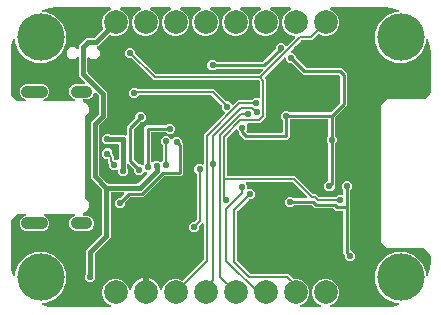
<source format=gbr>
G04 EAGLE Gerber RS-274X export*
G75*
%MOMM*%
%FSLAX34Y34*%
%LPD*%
%INBottom Copper*%
%IPPOS*%
%AMOC8*
5,1,8,0,0,1.08239X$1,22.5*%
G01*
%ADD10C,2.000000*%
%ADD11C,1.000000*%
%ADD12C,4.000000*%
%ADD13C,0.554000*%
%ADD14C,0.406400*%
%ADD15C,0.279400*%
%ADD16C,0.203200*%

G36*
X86964Y-126987D02*
X86964Y-126987D01*
X87050Y-126985D01*
X87104Y-126967D01*
X87161Y-126959D01*
X87239Y-126924D01*
X87321Y-126898D01*
X87368Y-126866D01*
X87420Y-126843D01*
X87486Y-126788D01*
X87557Y-126740D01*
X87594Y-126696D01*
X87637Y-126660D01*
X87685Y-126588D01*
X87740Y-126522D01*
X87763Y-126470D01*
X87795Y-126423D01*
X87821Y-126341D01*
X87856Y-126262D01*
X87863Y-126206D01*
X87880Y-126152D01*
X87883Y-126066D01*
X87894Y-125981D01*
X87886Y-125925D01*
X87888Y-125868D01*
X87866Y-125785D01*
X87854Y-125700D01*
X87830Y-125648D01*
X87816Y-125593D01*
X87772Y-125519D01*
X87737Y-125440D01*
X87700Y-125397D01*
X87671Y-125348D01*
X87608Y-125289D01*
X87552Y-125224D01*
X87510Y-125198D01*
X87463Y-125154D01*
X87334Y-125088D01*
X87268Y-125046D01*
X84912Y-124070D01*
X81670Y-120828D01*
X79915Y-116592D01*
X79915Y-112008D01*
X81670Y-107772D01*
X84912Y-104530D01*
X89148Y-102775D01*
X93732Y-102775D01*
X97968Y-104530D01*
X101210Y-107772D01*
X102715Y-111405D01*
X102750Y-111465D01*
X102777Y-111529D01*
X102822Y-111587D01*
X102860Y-111650D01*
X102910Y-111697D01*
X102953Y-111752D01*
X103013Y-111795D01*
X103066Y-111845D01*
X103128Y-111877D01*
X103184Y-111917D01*
X103254Y-111942D01*
X103319Y-111975D01*
X103387Y-111989D01*
X103452Y-112012D01*
X103526Y-112016D01*
X103598Y-112030D01*
X103667Y-112025D01*
X103736Y-112029D01*
X103808Y-112012D01*
X103881Y-112006D01*
X103946Y-111981D01*
X104013Y-111966D01*
X104078Y-111930D01*
X104147Y-111904D01*
X104202Y-111862D01*
X104262Y-111829D01*
X104315Y-111777D01*
X104373Y-111732D01*
X104415Y-111677D01*
X104464Y-111628D01*
X104492Y-111573D01*
X104544Y-111505D01*
X104584Y-111397D01*
X104619Y-111330D01*
X105218Y-109486D01*
X106114Y-107727D01*
X107275Y-106130D01*
X108670Y-104735D01*
X110267Y-103574D01*
X112026Y-102678D01*
X113903Y-102068D01*
X114966Y-101900D01*
X114966Y-113441D01*
X114974Y-113499D01*
X114972Y-113557D01*
X114994Y-113639D01*
X115006Y-113722D01*
X115029Y-113776D01*
X115044Y-113832D01*
X115087Y-113905D01*
X115122Y-113982D01*
X115160Y-114026D01*
X115189Y-114077D01*
X115251Y-114134D01*
X115305Y-114199D01*
X115354Y-114231D01*
X115397Y-114271D01*
X115472Y-114310D01*
X115542Y-114356D01*
X115598Y-114374D01*
X115650Y-114401D01*
X115718Y-114412D01*
X115813Y-114442D01*
X115913Y-114445D01*
X115981Y-114456D01*
X117699Y-114456D01*
X117757Y-114448D01*
X117815Y-114449D01*
X117897Y-114428D01*
X117981Y-114416D01*
X118034Y-114392D01*
X118090Y-114378D01*
X118163Y-114334D01*
X118240Y-114300D01*
X118285Y-114262D01*
X118335Y-114232D01*
X118393Y-114171D01*
X118457Y-114116D01*
X118489Y-114068D01*
X118529Y-114025D01*
X118568Y-113950D01*
X118615Y-113880D01*
X118632Y-113824D01*
X118659Y-113772D01*
X118670Y-113704D01*
X118700Y-113609D01*
X118703Y-113509D01*
X118714Y-113441D01*
X118714Y-101900D01*
X119777Y-102068D01*
X121654Y-102678D01*
X123413Y-103574D01*
X125010Y-104735D01*
X126405Y-106130D01*
X127566Y-107727D01*
X128462Y-109486D01*
X129061Y-111330D01*
X129092Y-111393D01*
X129113Y-111458D01*
X129154Y-111520D01*
X129186Y-111586D01*
X129232Y-111637D01*
X129271Y-111695D01*
X129327Y-111742D01*
X129377Y-111797D01*
X129436Y-111833D01*
X129489Y-111878D01*
X129556Y-111907D01*
X129619Y-111946D01*
X129685Y-111965D01*
X129748Y-111993D01*
X129821Y-112003D01*
X129892Y-112023D01*
X129961Y-112022D01*
X130030Y-112032D01*
X130103Y-112021D01*
X130177Y-112021D01*
X130243Y-112001D01*
X130311Y-111991D01*
X130378Y-111961D01*
X130449Y-111940D01*
X130507Y-111903D01*
X130570Y-111874D01*
X130626Y-111826D01*
X130689Y-111787D01*
X130734Y-111735D01*
X130787Y-111690D01*
X130820Y-111637D01*
X130876Y-111573D01*
X130925Y-111469D01*
X130965Y-111405D01*
X132470Y-107772D01*
X135712Y-104530D01*
X139948Y-102775D01*
X144532Y-102775D01*
X147893Y-104167D01*
X147895Y-104168D01*
X147896Y-104169D01*
X148030Y-104203D01*
X148168Y-104238D01*
X148170Y-104238D01*
X148172Y-104239D01*
X148312Y-104234D01*
X148453Y-104230D01*
X148454Y-104230D01*
X148456Y-104230D01*
X148589Y-104187D01*
X148723Y-104144D01*
X148725Y-104143D01*
X148726Y-104142D01*
X148738Y-104134D01*
X148960Y-103985D01*
X148979Y-103962D01*
X149000Y-103947D01*
X165754Y-87192D01*
X165807Y-87123D01*
X165867Y-87059D01*
X165892Y-87009D01*
X165925Y-86965D01*
X165956Y-86884D01*
X165996Y-86806D01*
X166004Y-86758D01*
X166027Y-86700D01*
X166039Y-86552D01*
X166052Y-86475D01*
X166052Y-56527D01*
X166048Y-56498D01*
X166050Y-56469D01*
X166028Y-56358D01*
X166012Y-56246D01*
X166000Y-56219D01*
X165994Y-56190D01*
X165942Y-56090D01*
X165896Y-55986D01*
X165877Y-55964D01*
X165863Y-55938D01*
X165785Y-55856D01*
X165712Y-55769D01*
X165688Y-55753D01*
X165667Y-55732D01*
X165570Y-55675D01*
X165475Y-55612D01*
X165447Y-55603D01*
X165422Y-55588D01*
X165313Y-55560D01*
X165204Y-55526D01*
X165175Y-55525D01*
X165147Y-55518D01*
X165034Y-55522D01*
X164920Y-55519D01*
X164892Y-55526D01*
X164862Y-55527D01*
X164755Y-55562D01*
X164645Y-55591D01*
X164620Y-55606D01*
X164592Y-55615D01*
X164528Y-55660D01*
X164401Y-55736D01*
X164358Y-55782D01*
X164319Y-55810D01*
X162167Y-57961D01*
X162115Y-58031D01*
X162055Y-58095D01*
X162030Y-58144D01*
X161996Y-58188D01*
X161965Y-58270D01*
X161925Y-58348D01*
X161918Y-58395D01*
X161895Y-58454D01*
X161883Y-58601D01*
X161870Y-58679D01*
X161870Y-60739D01*
X159354Y-63254D01*
X155796Y-63254D01*
X153281Y-60739D01*
X153281Y-57181D01*
X155796Y-54665D01*
X157856Y-54665D01*
X157943Y-54653D01*
X158030Y-54650D01*
X158083Y-54633D01*
X158138Y-54625D01*
X158218Y-54589D01*
X158301Y-54563D01*
X158340Y-54535D01*
X158397Y-54509D01*
X158510Y-54413D01*
X158574Y-54368D01*
X159722Y-53220D01*
X159774Y-53150D01*
X159834Y-53086D01*
X159860Y-53037D01*
X159893Y-52993D01*
X159924Y-52911D01*
X159964Y-52833D01*
X159972Y-52786D01*
X159994Y-52727D01*
X160006Y-52579D01*
X160019Y-52502D01*
X160019Y-13955D01*
X160007Y-13868D01*
X160004Y-13781D01*
X159987Y-13728D01*
X159979Y-13673D01*
X159944Y-13593D01*
X159917Y-13510D01*
X159889Y-13471D01*
X159863Y-13414D01*
X159767Y-13301D01*
X159722Y-13237D01*
X158297Y-11812D01*
X158297Y-8254D01*
X160813Y-5738D01*
X164379Y-5738D01*
X164455Y-5789D01*
X164546Y-5857D01*
X164573Y-5868D01*
X164598Y-5884D01*
X164706Y-5918D01*
X164811Y-5958D01*
X164841Y-5961D01*
X164869Y-5970D01*
X164982Y-5973D01*
X165095Y-5982D01*
X165124Y-5976D01*
X165153Y-5977D01*
X165262Y-5948D01*
X165373Y-5926D01*
X165400Y-5912D01*
X165428Y-5905D01*
X165525Y-5847D01*
X165626Y-5795D01*
X165647Y-5775D01*
X165672Y-5760D01*
X165750Y-5677D01*
X165832Y-5599D01*
X165847Y-5574D01*
X165867Y-5553D01*
X165918Y-5452D01*
X165976Y-5354D01*
X165983Y-5325D01*
X165996Y-5299D01*
X166009Y-5222D01*
X166046Y-5078D01*
X166044Y-5016D01*
X166052Y-4968D01*
X166052Y19467D01*
X167837Y21253D01*
X183986Y37402D01*
X184021Y37448D01*
X184064Y37489D01*
X184106Y37561D01*
X184157Y37629D01*
X184178Y37683D01*
X184207Y37734D01*
X184228Y37816D01*
X184258Y37894D01*
X184263Y37953D01*
X184277Y38009D01*
X184275Y38094D01*
X184282Y38178D01*
X184270Y38235D01*
X184268Y38294D01*
X184242Y38374D01*
X184226Y38457D01*
X184199Y38508D01*
X184181Y38564D01*
X184141Y38620D01*
X184095Y38709D01*
X184026Y38781D01*
X183986Y38837D01*
X181433Y41390D01*
X181433Y43526D01*
X181421Y43613D01*
X181418Y43700D01*
X181401Y43753D01*
X181394Y43808D01*
X181358Y43887D01*
X181331Y43971D01*
X181303Y44010D01*
X181277Y44067D01*
X181190Y44171D01*
X181173Y44199D01*
X181159Y44212D01*
X181136Y44244D01*
X173138Y52242D01*
X173069Y52294D01*
X173005Y52354D01*
X172955Y52380D01*
X172911Y52413D01*
X172829Y52444D01*
X172751Y52484D01*
X172704Y52492D01*
X172645Y52514D01*
X172498Y52526D01*
X172420Y52539D01*
X111294Y52539D01*
X111207Y52527D01*
X111120Y52524D01*
X111067Y52507D01*
X111012Y52499D01*
X110933Y52464D01*
X110849Y52437D01*
X110810Y52409D01*
X110753Y52383D01*
X110640Y52287D01*
X110576Y52242D01*
X108967Y50633D01*
X105409Y50633D01*
X102893Y53149D01*
X102893Y56706D01*
X105409Y59222D01*
X108967Y59222D01*
X110271Y57918D01*
X110341Y57866D01*
X110405Y57806D01*
X110454Y57780D01*
X110498Y57747D01*
X110580Y57716D01*
X110658Y57676D01*
X110706Y57668D01*
X110764Y57646D01*
X110912Y57634D01*
X110989Y57621D01*
X174946Y57621D01*
X184805Y47761D01*
X184875Y47709D01*
X184939Y47649D01*
X184989Y47623D01*
X185033Y47590D01*
X185114Y47559D01*
X185192Y47519D01*
X185240Y47511D01*
X185298Y47489D01*
X185446Y47477D01*
X185523Y47464D01*
X187507Y47464D01*
X190060Y44911D01*
X190106Y44876D01*
X190147Y44834D01*
X190220Y44791D01*
X190287Y44740D01*
X190341Y44719D01*
X190392Y44690D01*
X190474Y44669D01*
X190553Y44639D01*
X190611Y44634D01*
X190667Y44620D01*
X190752Y44622D01*
X190836Y44615D01*
X190893Y44627D01*
X190952Y44629D01*
X191032Y44655D01*
X191115Y44671D01*
X191166Y44698D01*
X191222Y44716D01*
X191278Y44756D01*
X191367Y44802D01*
X191439Y44871D01*
X191495Y44911D01*
X194896Y48312D01*
X206502Y48312D01*
X206589Y48324D01*
X206676Y48327D01*
X206729Y48344D01*
X206784Y48351D01*
X206864Y48387D01*
X206947Y48414D01*
X206986Y48442D01*
X207043Y48468D01*
X207156Y48564D01*
X207220Y48609D01*
X208801Y50189D01*
X212553Y50189D01*
X212595Y50173D01*
X212624Y50171D01*
X212652Y50162D01*
X212766Y50159D01*
X212878Y50150D01*
X212907Y50156D01*
X212937Y50155D01*
X213046Y50183D01*
X213157Y50206D01*
X213183Y50219D01*
X213212Y50227D01*
X213309Y50284D01*
X213409Y50336D01*
X213431Y50357D01*
X213456Y50372D01*
X213534Y50454D01*
X213615Y50532D01*
X213630Y50558D01*
X213651Y50579D01*
X213702Y50680D01*
X213759Y50777D01*
X213767Y50806D01*
X213780Y50832D01*
X213793Y50910D01*
X213829Y51053D01*
X213828Y51116D01*
X213836Y51163D01*
X213836Y63707D01*
X213823Y63794D01*
X213820Y63881D01*
X213803Y63934D01*
X213796Y63989D01*
X213760Y64068D01*
X213733Y64152D01*
X213705Y64191D01*
X213679Y64248D01*
X213584Y64361D01*
X213538Y64425D01*
X213013Y64951D01*
X212949Y65014D01*
X212879Y65066D01*
X212815Y65126D01*
X212766Y65152D01*
X212722Y65185D01*
X212640Y65216D01*
X212562Y65256D01*
X212515Y65264D01*
X212456Y65286D01*
X212309Y65298D01*
X212231Y65311D01*
X123696Y65311D01*
X104918Y84089D01*
X104848Y84142D01*
X104784Y84202D01*
X104735Y84227D01*
X104690Y84260D01*
X104609Y84291D01*
X104531Y84331D01*
X104483Y84339D01*
X104425Y84362D01*
X104277Y84374D01*
X104200Y84387D01*
X102235Y84387D01*
X99719Y86903D01*
X99719Y90460D01*
X102235Y92976D01*
X105793Y92976D01*
X108309Y90460D01*
X108309Y88305D01*
X108321Y88219D01*
X108324Y88131D01*
X108341Y88079D01*
X108349Y88024D01*
X108384Y87944D01*
X108411Y87861D01*
X108439Y87821D01*
X108465Y87764D01*
X108561Y87651D01*
X108606Y87587D01*
X125503Y70690D01*
X125573Y70638D01*
X125637Y70578D01*
X125686Y70553D01*
X125730Y70519D01*
X125812Y70488D01*
X125890Y70448D01*
X125938Y70440D01*
X125996Y70418D01*
X126144Y70406D01*
X126221Y70393D01*
X212358Y70393D01*
X212445Y70405D01*
X212532Y70408D01*
X212585Y70425D01*
X212640Y70433D01*
X212720Y70468D01*
X212803Y70495D01*
X212842Y70523D01*
X212899Y70549D01*
X213013Y70645D01*
X213076Y70690D01*
X215862Y73476D01*
X215880Y73499D01*
X215902Y73518D01*
X215965Y73613D01*
X216033Y73703D01*
X216043Y73731D01*
X216060Y73755D01*
X216094Y73863D01*
X216134Y73969D01*
X216137Y73998D01*
X216145Y74026D01*
X216148Y74139D01*
X216158Y74252D01*
X216152Y74281D01*
X216153Y74310D01*
X216124Y74420D01*
X216102Y74531D01*
X216088Y74557D01*
X216081Y74585D01*
X216023Y74683D01*
X215971Y74783D01*
X215951Y74804D01*
X215936Y74830D01*
X215853Y74907D01*
X215775Y74989D01*
X215750Y75004D01*
X215728Y75024D01*
X215627Y75076D01*
X215530Y75133D01*
X215501Y75140D01*
X215475Y75154D01*
X215398Y75167D01*
X215254Y75203D01*
X215192Y75201D01*
X215144Y75209D01*
X177304Y75209D01*
X177217Y75197D01*
X177130Y75194D01*
X177077Y75177D01*
X177022Y75169D01*
X176942Y75134D01*
X176859Y75107D01*
X176820Y75079D01*
X176763Y75053D01*
X176649Y74957D01*
X176586Y74912D01*
X175388Y73714D01*
X171830Y73714D01*
X169315Y76230D01*
X169315Y79788D01*
X171830Y82304D01*
X175388Y82304D01*
X176342Y81350D01*
X176412Y81297D01*
X176476Y81237D01*
X176525Y81212D01*
X176569Y81179D01*
X176651Y81148D01*
X176729Y81108D01*
X176777Y81100D01*
X176835Y81078D01*
X176983Y81066D01*
X177060Y81053D01*
X215915Y81053D01*
X216001Y81065D01*
X216089Y81068D01*
X216142Y81085D01*
X216196Y81092D01*
X216276Y81128D01*
X216359Y81155D01*
X216399Y81183D01*
X216456Y81209D01*
X216569Y81305D01*
X216633Y81350D01*
X226844Y91561D01*
X226897Y91631D01*
X226957Y91695D01*
X226982Y91744D01*
X227015Y91789D01*
X227039Y91852D01*
X227042Y91856D01*
X227046Y91871D01*
X227086Y91948D01*
X227094Y91996D01*
X227116Y92054D01*
X227120Y92104D01*
X227128Y92127D01*
X227130Y92208D01*
X227141Y92279D01*
X227141Y94816D01*
X229657Y97332D01*
X233215Y97332D01*
X235749Y94799D01*
X235795Y94763D01*
X235836Y94721D01*
X235909Y94678D01*
X235976Y94628D01*
X236031Y94607D01*
X236081Y94577D01*
X236163Y94557D01*
X236242Y94526D01*
X236300Y94522D01*
X236357Y94507D01*
X236441Y94510D01*
X236525Y94503D01*
X236582Y94514D01*
X236641Y94516D01*
X236721Y94542D01*
X236804Y94559D01*
X236856Y94586D01*
X236911Y94604D01*
X236967Y94644D01*
X237056Y94690D01*
X237128Y94759D01*
X237185Y94799D01*
X243428Y101042D01*
X243446Y101066D01*
X243468Y101085D01*
X243531Y101179D01*
X243599Y101269D01*
X243609Y101297D01*
X243626Y101321D01*
X243660Y101429D01*
X243700Y101535D01*
X243703Y101564D01*
X243712Y101592D01*
X243714Y101706D01*
X243724Y101818D01*
X243718Y101847D01*
X243719Y101876D01*
X243690Y101986D01*
X243668Y102097D01*
X243654Y102123D01*
X243647Y102151D01*
X243589Y102249D01*
X243537Y102349D01*
X243517Y102371D01*
X243502Y102396D01*
X243419Y102473D01*
X243341Y102555D01*
X243316Y102570D01*
X243294Y102590D01*
X243194Y102642D01*
X243096Y102699D01*
X243067Y102706D01*
X243041Y102720D01*
X242964Y102733D01*
X242820Y102769D01*
X242758Y102767D01*
X242710Y102775D01*
X241548Y102775D01*
X237312Y104530D01*
X234070Y107772D01*
X232315Y112008D01*
X232315Y116592D01*
X234070Y120828D01*
X237312Y124070D01*
X239668Y125046D01*
X239742Y125090D01*
X239820Y125125D01*
X239864Y125162D01*
X239913Y125191D01*
X239972Y125253D01*
X240037Y125309D01*
X240069Y125356D01*
X240108Y125397D01*
X240147Y125474D01*
X240195Y125545D01*
X240212Y125599D01*
X240238Y125650D01*
X240255Y125734D01*
X240281Y125816D01*
X240282Y125873D01*
X240293Y125929D01*
X240286Y126014D01*
X240288Y126100D01*
X240273Y126155D01*
X240269Y126212D01*
X240238Y126293D01*
X240216Y126375D01*
X240187Y126424D01*
X240167Y126477D01*
X240115Y126546D01*
X240071Y126620D01*
X240029Y126659D01*
X239995Y126704D01*
X239926Y126756D01*
X239863Y126814D01*
X239813Y126840D01*
X239767Y126874D01*
X239687Y126905D01*
X239610Y126944D01*
X239562Y126952D01*
X239501Y126975D01*
X239357Y126986D01*
X239279Y126999D01*
X223001Y126999D01*
X222916Y126987D01*
X222830Y126985D01*
X222776Y126967D01*
X222719Y126959D01*
X222641Y126924D01*
X222559Y126898D01*
X222512Y126866D01*
X222460Y126843D01*
X222394Y126788D01*
X222323Y126740D01*
X222286Y126696D01*
X222243Y126660D01*
X222195Y126588D01*
X222140Y126522D01*
X222117Y126470D01*
X222085Y126423D01*
X222059Y126341D01*
X222024Y126262D01*
X222017Y126206D01*
X221999Y126152D01*
X221997Y126066D01*
X221986Y125981D01*
X221994Y125925D01*
X221992Y125868D01*
X222014Y125785D01*
X222026Y125699D01*
X222050Y125648D01*
X222064Y125593D01*
X222108Y125519D01*
X222143Y125440D01*
X222180Y125397D01*
X222209Y125348D01*
X222272Y125289D01*
X222328Y125224D01*
X222370Y125198D01*
X222417Y125154D01*
X222546Y125088D01*
X222612Y125046D01*
X224968Y124070D01*
X228210Y120828D01*
X229965Y116592D01*
X229965Y112008D01*
X228210Y107772D01*
X224968Y104530D01*
X220732Y102775D01*
X216148Y102775D01*
X211912Y104530D01*
X208670Y107772D01*
X206915Y112008D01*
X206915Y116592D01*
X208670Y120828D01*
X211912Y124070D01*
X214268Y125046D01*
X214342Y125090D01*
X214420Y125125D01*
X214464Y125162D01*
X214513Y125191D01*
X214572Y125253D01*
X214637Y125309D01*
X214669Y125356D01*
X214708Y125397D01*
X214747Y125474D01*
X214795Y125545D01*
X214812Y125599D01*
X214838Y125650D01*
X214855Y125734D01*
X214881Y125816D01*
X214882Y125873D01*
X214893Y125929D01*
X214886Y126014D01*
X214888Y126100D01*
X214873Y126155D01*
X214869Y126212D01*
X214838Y126293D01*
X214816Y126375D01*
X214787Y126424D01*
X214767Y126477D01*
X214715Y126546D01*
X214671Y126620D01*
X214629Y126659D01*
X214595Y126704D01*
X214526Y126756D01*
X214463Y126814D01*
X214413Y126840D01*
X214367Y126874D01*
X214287Y126905D01*
X214210Y126944D01*
X214162Y126952D01*
X214101Y126975D01*
X213957Y126986D01*
X213879Y126999D01*
X197601Y126999D01*
X197516Y126987D01*
X197430Y126985D01*
X197376Y126967D01*
X197319Y126959D01*
X197241Y126924D01*
X197159Y126898D01*
X197112Y126866D01*
X197060Y126843D01*
X196994Y126788D01*
X196923Y126740D01*
X196886Y126696D01*
X196843Y126660D01*
X196795Y126588D01*
X196740Y126522D01*
X196717Y126470D01*
X196685Y126423D01*
X196659Y126341D01*
X196624Y126262D01*
X196617Y126206D01*
X196599Y126152D01*
X196597Y126066D01*
X196586Y125981D01*
X196594Y125925D01*
X196592Y125868D01*
X196614Y125785D01*
X196626Y125699D01*
X196650Y125648D01*
X196664Y125593D01*
X196708Y125519D01*
X196743Y125440D01*
X196780Y125397D01*
X196809Y125348D01*
X196872Y125289D01*
X196928Y125224D01*
X196970Y125198D01*
X197017Y125154D01*
X197146Y125088D01*
X197212Y125046D01*
X199568Y124070D01*
X202810Y120828D01*
X204565Y116592D01*
X204565Y112008D01*
X202810Y107772D01*
X199568Y104530D01*
X195332Y102775D01*
X190748Y102775D01*
X186512Y104530D01*
X183270Y107772D01*
X181515Y112008D01*
X181515Y116592D01*
X183270Y120828D01*
X186512Y124070D01*
X188868Y125046D01*
X188942Y125090D01*
X189020Y125125D01*
X189064Y125162D01*
X189113Y125191D01*
X189172Y125253D01*
X189237Y125309D01*
X189269Y125356D01*
X189308Y125397D01*
X189347Y125474D01*
X189395Y125545D01*
X189412Y125599D01*
X189438Y125650D01*
X189455Y125734D01*
X189481Y125816D01*
X189482Y125873D01*
X189493Y125929D01*
X189486Y126014D01*
X189488Y126100D01*
X189473Y126155D01*
X189469Y126212D01*
X189438Y126293D01*
X189416Y126375D01*
X189387Y126424D01*
X189367Y126477D01*
X189315Y126546D01*
X189271Y126620D01*
X189229Y126659D01*
X189195Y126704D01*
X189126Y126756D01*
X189063Y126814D01*
X189013Y126840D01*
X188967Y126874D01*
X188887Y126905D01*
X188810Y126944D01*
X188762Y126952D01*
X188701Y126975D01*
X188557Y126986D01*
X188479Y126999D01*
X172201Y126999D01*
X172116Y126987D01*
X172030Y126985D01*
X171976Y126967D01*
X171919Y126959D01*
X171841Y126924D01*
X171759Y126898D01*
X171712Y126866D01*
X171660Y126843D01*
X171594Y126788D01*
X171523Y126740D01*
X171486Y126696D01*
X171443Y126660D01*
X171395Y126588D01*
X171340Y126522D01*
X171317Y126470D01*
X171285Y126423D01*
X171259Y126341D01*
X171224Y126262D01*
X171217Y126206D01*
X171199Y126152D01*
X171197Y126066D01*
X171186Y125981D01*
X171194Y125925D01*
X171192Y125868D01*
X171214Y125785D01*
X171226Y125699D01*
X171250Y125648D01*
X171264Y125593D01*
X171308Y125519D01*
X171343Y125440D01*
X171380Y125397D01*
X171409Y125348D01*
X171472Y125289D01*
X171528Y125224D01*
X171570Y125198D01*
X171617Y125154D01*
X171746Y125088D01*
X171812Y125046D01*
X174168Y124070D01*
X177410Y120828D01*
X179165Y116592D01*
X179165Y112008D01*
X177410Y107772D01*
X174168Y104530D01*
X169932Y102775D01*
X165348Y102775D01*
X161112Y104530D01*
X157870Y107772D01*
X156115Y112008D01*
X156115Y116592D01*
X157870Y120828D01*
X161112Y124070D01*
X163468Y125046D01*
X163542Y125090D01*
X163620Y125125D01*
X163664Y125162D01*
X163713Y125191D01*
X163772Y125253D01*
X163837Y125309D01*
X163869Y125356D01*
X163908Y125397D01*
X163947Y125474D01*
X163995Y125545D01*
X164012Y125599D01*
X164038Y125650D01*
X164055Y125734D01*
X164081Y125816D01*
X164082Y125873D01*
X164093Y125929D01*
X164086Y126014D01*
X164088Y126100D01*
X164073Y126155D01*
X164069Y126212D01*
X164038Y126293D01*
X164016Y126375D01*
X163987Y126424D01*
X163967Y126477D01*
X163915Y126546D01*
X163871Y126620D01*
X163829Y126659D01*
X163795Y126704D01*
X163726Y126756D01*
X163663Y126814D01*
X163613Y126840D01*
X163567Y126874D01*
X163487Y126905D01*
X163410Y126944D01*
X163362Y126952D01*
X163301Y126975D01*
X163157Y126986D01*
X163079Y126999D01*
X146801Y126999D01*
X146716Y126987D01*
X146630Y126985D01*
X146576Y126967D01*
X146519Y126959D01*
X146441Y126924D01*
X146359Y126898D01*
X146312Y126866D01*
X146260Y126843D01*
X146194Y126788D01*
X146123Y126740D01*
X146086Y126696D01*
X146043Y126660D01*
X145995Y126588D01*
X145940Y126522D01*
X145917Y126470D01*
X145885Y126423D01*
X145859Y126341D01*
X145824Y126262D01*
X145817Y126206D01*
X145799Y126152D01*
X145797Y126066D01*
X145786Y125981D01*
X145794Y125925D01*
X145792Y125868D01*
X145814Y125785D01*
X145826Y125699D01*
X145850Y125648D01*
X145864Y125593D01*
X145908Y125519D01*
X145943Y125440D01*
X145980Y125397D01*
X146009Y125348D01*
X146072Y125289D01*
X146128Y125224D01*
X146170Y125198D01*
X146217Y125154D01*
X146346Y125088D01*
X146412Y125046D01*
X148768Y124070D01*
X152010Y120828D01*
X153765Y116592D01*
X153765Y112008D01*
X152010Y107772D01*
X148768Y104530D01*
X144532Y102775D01*
X139948Y102775D01*
X135712Y104530D01*
X132470Y107772D01*
X130715Y112008D01*
X130715Y116592D01*
X132470Y120828D01*
X135712Y124070D01*
X138068Y125046D01*
X138142Y125090D01*
X138220Y125125D01*
X138264Y125162D01*
X138313Y125191D01*
X138372Y125253D01*
X138437Y125309D01*
X138469Y125356D01*
X138508Y125397D01*
X138547Y125474D01*
X138595Y125545D01*
X138612Y125599D01*
X138638Y125650D01*
X138655Y125734D01*
X138681Y125816D01*
X138682Y125873D01*
X138693Y125929D01*
X138686Y126014D01*
X138688Y126100D01*
X138673Y126155D01*
X138669Y126212D01*
X138638Y126293D01*
X138616Y126375D01*
X138587Y126424D01*
X138567Y126477D01*
X138515Y126546D01*
X138471Y126620D01*
X138429Y126659D01*
X138395Y126704D01*
X138326Y126756D01*
X138263Y126814D01*
X138213Y126840D01*
X138167Y126874D01*
X138087Y126905D01*
X138010Y126944D01*
X137962Y126952D01*
X137901Y126975D01*
X137757Y126986D01*
X137679Y126999D01*
X121401Y126999D01*
X121316Y126987D01*
X121230Y126985D01*
X121176Y126967D01*
X121119Y126959D01*
X121041Y126924D01*
X120959Y126898D01*
X120912Y126866D01*
X120860Y126843D01*
X120794Y126788D01*
X120723Y126740D01*
X120686Y126696D01*
X120643Y126660D01*
X120595Y126588D01*
X120540Y126522D01*
X120517Y126470D01*
X120485Y126423D01*
X120459Y126341D01*
X120424Y126262D01*
X120417Y126206D01*
X120399Y126152D01*
X120397Y126066D01*
X120386Y125981D01*
X120394Y125925D01*
X120392Y125868D01*
X120414Y125785D01*
X120426Y125699D01*
X120450Y125648D01*
X120464Y125593D01*
X120508Y125519D01*
X120543Y125440D01*
X120580Y125397D01*
X120609Y125348D01*
X120672Y125289D01*
X120728Y125224D01*
X120770Y125198D01*
X120817Y125154D01*
X120946Y125088D01*
X121012Y125046D01*
X123368Y124070D01*
X126610Y120828D01*
X128365Y116592D01*
X128365Y112008D01*
X126610Y107772D01*
X123368Y104530D01*
X119132Y102775D01*
X114548Y102775D01*
X110312Y104530D01*
X107070Y107772D01*
X105315Y112008D01*
X105315Y116592D01*
X107070Y120828D01*
X110312Y124070D01*
X112668Y125046D01*
X112742Y125090D01*
X112820Y125125D01*
X112864Y125162D01*
X112913Y125191D01*
X112972Y125253D01*
X113037Y125309D01*
X113069Y125356D01*
X113108Y125397D01*
X113147Y125474D01*
X113195Y125545D01*
X113212Y125599D01*
X113238Y125650D01*
X113255Y125734D01*
X113281Y125816D01*
X113282Y125873D01*
X113293Y125929D01*
X113286Y126014D01*
X113288Y126100D01*
X113273Y126155D01*
X113269Y126212D01*
X113238Y126293D01*
X113216Y126375D01*
X113187Y126424D01*
X113167Y126477D01*
X113115Y126546D01*
X113071Y126620D01*
X113029Y126659D01*
X112995Y126704D01*
X112926Y126756D01*
X112863Y126814D01*
X112813Y126840D01*
X112767Y126874D01*
X112687Y126905D01*
X112610Y126944D01*
X112562Y126952D01*
X112501Y126975D01*
X112357Y126986D01*
X112279Y126999D01*
X96001Y126999D01*
X95916Y126987D01*
X95830Y126985D01*
X95776Y126967D01*
X95719Y126959D01*
X95641Y126924D01*
X95559Y126898D01*
X95512Y126866D01*
X95460Y126843D01*
X95394Y126788D01*
X95323Y126740D01*
X95286Y126696D01*
X95243Y126660D01*
X95195Y126588D01*
X95140Y126522D01*
X95117Y126470D01*
X95085Y126423D01*
X95059Y126341D01*
X95024Y126262D01*
X95017Y126206D01*
X94999Y126152D01*
X94997Y126066D01*
X94986Y125981D01*
X94994Y125925D01*
X94992Y125868D01*
X95014Y125785D01*
X95026Y125699D01*
X95050Y125648D01*
X95064Y125593D01*
X95108Y125519D01*
X95143Y125440D01*
X95180Y125397D01*
X95209Y125348D01*
X95272Y125289D01*
X95328Y125224D01*
X95370Y125198D01*
X95417Y125154D01*
X95546Y125088D01*
X95612Y125046D01*
X97968Y124070D01*
X101210Y120828D01*
X102965Y116592D01*
X102965Y112008D01*
X101210Y107772D01*
X97968Y104530D01*
X93732Y102775D01*
X89148Y102775D01*
X86803Y103747D01*
X86801Y103747D01*
X86800Y103748D01*
X86666Y103782D01*
X86528Y103817D01*
X86526Y103817D01*
X86524Y103818D01*
X86384Y103813D01*
X86243Y103809D01*
X86242Y103809D01*
X86240Y103809D01*
X86107Y103766D01*
X85973Y103723D01*
X85971Y103722D01*
X85970Y103721D01*
X85958Y103713D01*
X85736Y103564D01*
X85717Y103541D01*
X85696Y103526D01*
X78830Y96660D01*
X76392Y94222D01*
X76389Y94221D01*
X76288Y94169D01*
X76185Y94123D01*
X76163Y94104D01*
X76136Y94090D01*
X76054Y94012D01*
X75968Y93939D01*
X75952Y93915D01*
X75930Y93894D01*
X75873Y93797D01*
X75810Y93702D01*
X75801Y93674D01*
X75787Y93649D01*
X75759Y93540D01*
X75725Y93431D01*
X75724Y93402D01*
X75717Y93374D01*
X75720Y93261D01*
X75717Y93147D01*
X75725Y93119D01*
X75726Y93090D01*
X75761Y92982D01*
X75789Y92872D01*
X75804Y92847D01*
X75813Y92819D01*
X75859Y92755D01*
X75934Y92628D01*
X75980Y92585D01*
X76008Y92546D01*
X78080Y90473D01*
X78080Y86311D01*
X75137Y83367D01*
X70974Y83367D01*
X69385Y84957D01*
X69361Y84975D01*
X69342Y84997D01*
X69248Y85060D01*
X69157Y85128D01*
X69130Y85138D01*
X69105Y85155D01*
X68998Y85189D01*
X68892Y85229D01*
X68862Y85232D01*
X68834Y85240D01*
X68721Y85243D01*
X68608Y85253D01*
X68580Y85247D01*
X68550Y85248D01*
X68441Y85219D01*
X68330Y85197D01*
X68304Y85183D01*
X68275Y85176D01*
X68178Y85118D01*
X68077Y85066D01*
X68056Y85046D01*
X68031Y85031D01*
X67953Y84948D01*
X67871Y84870D01*
X67856Y84845D01*
X67836Y84823D01*
X67785Y84723D01*
X67727Y84625D01*
X67720Y84596D01*
X67707Y84570D01*
X67694Y84493D01*
X67657Y84349D01*
X67659Y84287D01*
X67651Y84239D01*
X67651Y72578D01*
X67664Y72491D01*
X67666Y72404D01*
X67683Y72351D01*
X67691Y72296D01*
X67727Y72216D01*
X67754Y72133D01*
X67782Y72094D01*
X67807Y72037D01*
X67903Y71923D01*
X67949Y71860D01*
X84566Y55243D01*
X84566Y34032D01*
X77811Y27278D01*
X77759Y27208D01*
X77699Y27144D01*
X77673Y27095D01*
X77640Y27050D01*
X77609Y26969D01*
X77569Y26891D01*
X77561Y26843D01*
X77539Y26785D01*
X77527Y26637D01*
X77514Y26560D01*
X77514Y-14173D01*
X77526Y-14259D01*
X77529Y-14347D01*
X77546Y-14399D01*
X77554Y-14454D01*
X77589Y-14534D01*
X77616Y-14617D01*
X77644Y-14656D01*
X77670Y-14714D01*
X77766Y-14827D01*
X77811Y-14891D01*
X84653Y-21732D01*
X84723Y-21785D01*
X84787Y-21845D01*
X84836Y-21870D01*
X84880Y-21903D01*
X84962Y-21934D01*
X85040Y-21974D01*
X85087Y-21982D01*
X85146Y-22004D01*
X85294Y-22017D01*
X85371Y-22030D01*
X109883Y-22030D01*
X109970Y-22017D01*
X110057Y-22015D01*
X110110Y-21998D01*
X110164Y-21990D01*
X110244Y-21954D01*
X110327Y-21927D01*
X110367Y-21899D01*
X110424Y-21874D01*
X110537Y-21778D01*
X110601Y-21732D01*
X118050Y-14283D01*
X118068Y-14259D01*
X118090Y-14240D01*
X118153Y-14146D01*
X118221Y-14056D01*
X118232Y-14028D01*
X118248Y-14004D01*
X118282Y-13896D01*
X118322Y-13790D01*
X118325Y-13761D01*
X118334Y-13733D01*
X118337Y-13619D01*
X118346Y-13507D01*
X118340Y-13478D01*
X118341Y-13449D01*
X118312Y-13339D01*
X118290Y-13228D01*
X118277Y-13202D01*
X118269Y-13174D01*
X118211Y-13076D01*
X118159Y-12976D01*
X118139Y-12954D01*
X118124Y-12929D01*
X118041Y-12852D01*
X117963Y-12770D01*
X117938Y-12755D01*
X117917Y-12735D01*
X117816Y-12683D01*
X117718Y-12626D01*
X117690Y-12619D01*
X117664Y-12605D01*
X117586Y-12592D01*
X117443Y-12556D01*
X117380Y-12558D01*
X117332Y-12550D01*
X116978Y-12550D01*
X116802Y-12374D01*
X116755Y-12339D01*
X116715Y-12296D01*
X116642Y-12254D01*
X116575Y-12203D01*
X116520Y-12182D01*
X116469Y-12153D01*
X116388Y-12132D01*
X116309Y-12102D01*
X116250Y-12097D01*
X116194Y-12082D01*
X116110Y-12085D01*
X116026Y-12078D01*
X115968Y-12090D01*
X115910Y-12092D01*
X115830Y-12117D01*
X115747Y-12134D01*
X115695Y-12161D01*
X115639Y-12179D01*
X115583Y-12219D01*
X115495Y-12265D01*
X115422Y-12334D01*
X115366Y-12374D01*
X113222Y-14518D01*
X109664Y-14518D01*
X107148Y-12003D01*
X107148Y-10481D01*
X107136Y-10395D01*
X107133Y-10307D01*
X107116Y-10255D01*
X107108Y-10200D01*
X107072Y-10120D01*
X107045Y-10037D01*
X107017Y-9998D01*
X106992Y-9940D01*
X106896Y-9827D01*
X106850Y-9763D01*
X102826Y-5739D01*
X102802Y-5721D01*
X102783Y-5699D01*
X102689Y-5636D01*
X102599Y-5568D01*
X102571Y-5557D01*
X102547Y-5541D01*
X102439Y-5507D01*
X102333Y-5467D01*
X102304Y-5464D01*
X102276Y-5455D01*
X102162Y-5453D01*
X102050Y-5443D01*
X102021Y-5449D01*
X101992Y-5448D01*
X101882Y-5477D01*
X101771Y-5499D01*
X101745Y-5513D01*
X101717Y-5520D01*
X101619Y-5578D01*
X101519Y-5630D01*
X101497Y-5650D01*
X101472Y-5665D01*
X101395Y-5748D01*
X101313Y-5826D01*
X101298Y-5851D01*
X101278Y-5873D01*
X101226Y-5973D01*
X101169Y-6071D01*
X101162Y-6100D01*
X101148Y-6126D01*
X101135Y-6203D01*
X101099Y-6347D01*
X101101Y-6409D01*
X101093Y-6457D01*
X101093Y-7985D01*
X101105Y-8071D01*
X101108Y-8159D01*
X101125Y-8211D01*
X101133Y-8266D01*
X101168Y-8346D01*
X101195Y-8429D01*
X101223Y-8468D01*
X101249Y-8525D01*
X101345Y-8639D01*
X101390Y-8702D01*
X102085Y-9397D01*
X102085Y-12955D01*
X99569Y-15471D01*
X96011Y-15471D01*
X93495Y-12955D01*
X93495Y-11287D01*
X93491Y-11258D01*
X93494Y-11229D01*
X93471Y-11118D01*
X93455Y-11006D01*
X93443Y-10979D01*
X93438Y-10950D01*
X93385Y-10850D01*
X93339Y-10747D01*
X93320Y-10724D01*
X93307Y-10698D01*
X93229Y-10616D01*
X93156Y-10530D01*
X93131Y-10513D01*
X93111Y-10492D01*
X93013Y-10435D01*
X92919Y-10372D01*
X92891Y-10363D01*
X92865Y-10348D01*
X92756Y-10320D01*
X92648Y-10286D01*
X92618Y-10285D01*
X92590Y-10278D01*
X92477Y-10282D01*
X92364Y-10279D01*
X92335Y-10286D01*
X92306Y-10287D01*
X92198Y-10322D01*
X92089Y-10351D01*
X92063Y-10366D01*
X92035Y-10375D01*
X92024Y-10383D01*
X88391Y-10383D01*
X85875Y-7867D01*
X85875Y-5807D01*
X85863Y-5720D01*
X85860Y-5633D01*
X85843Y-5580D01*
X85835Y-5525D01*
X85800Y-5446D01*
X85773Y-5362D01*
X85745Y-5323D01*
X85719Y-5266D01*
X85623Y-5153D01*
X85578Y-5089D01*
X84784Y-4296D01*
X84784Y-1957D01*
X84776Y-1899D01*
X84778Y-1841D01*
X84756Y-1759D01*
X84745Y-1676D01*
X84721Y-1622D01*
X84706Y-1566D01*
X84663Y-1493D01*
X84628Y-1416D01*
X84591Y-1372D01*
X84561Y-1321D01*
X84499Y-1264D01*
X84445Y-1199D01*
X84396Y-1167D01*
X84353Y-1127D01*
X84278Y-1088D01*
X84208Y-1042D01*
X84152Y-1024D01*
X84100Y-997D01*
X84032Y-986D01*
X83937Y-956D01*
X83837Y-953D01*
X83769Y-942D01*
X82803Y-942D01*
X80287Y1574D01*
X80287Y5132D01*
X82803Y7648D01*
X86361Y7648D01*
X88877Y5132D01*
X88877Y3072D01*
X88889Y2985D01*
X88892Y2898D01*
X88909Y2845D01*
X88917Y2790D01*
X88952Y2710D01*
X88979Y2627D01*
X89007Y2588D01*
X89033Y2531D01*
X89129Y2418D01*
X89174Y2354D01*
X89866Y1662D01*
X89866Y-778D01*
X89874Y-836D01*
X89873Y-894D01*
X89894Y-976D01*
X89906Y-1060D01*
X89930Y-1113D01*
X89944Y-1169D01*
X89987Y-1242D01*
X90022Y-1319D01*
X90060Y-1364D01*
X90090Y-1414D01*
X90151Y-1472D01*
X90206Y-1536D01*
X90254Y-1568D01*
X90297Y-1608D01*
X90372Y-1647D01*
X90442Y-1694D01*
X90498Y-1711D01*
X90550Y-1738D01*
X90618Y-1749D01*
X90713Y-1779D01*
X90813Y-1782D01*
X90881Y-1793D01*
X91949Y-1793D01*
X92246Y-2090D01*
X92270Y-2108D01*
X92289Y-2130D01*
X92383Y-2193D01*
X92473Y-2261D01*
X92501Y-2272D01*
X92525Y-2288D01*
X92633Y-2322D01*
X92739Y-2363D01*
X92768Y-2365D01*
X92796Y-2374D01*
X92910Y-2377D01*
X93022Y-2386D01*
X93051Y-2380D01*
X93080Y-2381D01*
X93190Y-2353D01*
X93301Y-2330D01*
X93327Y-2317D01*
X93355Y-2309D01*
X93453Y-2252D01*
X93553Y-2199D01*
X93575Y-2179D01*
X93600Y-2164D01*
X93677Y-2081D01*
X93759Y-2003D01*
X93774Y-1978D01*
X93794Y-1957D01*
X93846Y-1856D01*
X93903Y-1758D01*
X93910Y-1730D01*
X93924Y-1704D01*
X93937Y-1626D01*
X93973Y-1483D01*
X93971Y-1420D01*
X93979Y-1373D01*
X93979Y10792D01*
X93971Y10850D01*
X93973Y10908D01*
X93951Y10990D01*
X93939Y11074D01*
X93916Y11127D01*
X93901Y11183D01*
X93858Y11256D01*
X93823Y11333D01*
X93785Y11378D01*
X93756Y11428D01*
X93694Y11486D01*
X93640Y11550D01*
X93591Y11582D01*
X93548Y11622D01*
X93473Y11661D01*
X93403Y11708D01*
X93347Y11725D01*
X93295Y11752D01*
X93227Y11763D01*
X93132Y11793D01*
X93032Y11796D01*
X92964Y11807D01*
X87265Y11807D01*
X87179Y11795D01*
X87091Y11792D01*
X87039Y11775D01*
X86984Y11767D01*
X86904Y11732D01*
X86821Y11705D01*
X86782Y11677D01*
X86725Y11651D01*
X86611Y11555D01*
X86548Y11510D01*
X86361Y11323D01*
X82803Y11323D01*
X80287Y13839D01*
X80287Y17397D01*
X82803Y19913D01*
X86361Y19913D01*
X87056Y19218D01*
X87125Y19166D01*
X87189Y19106D01*
X87239Y19080D01*
X87283Y19047D01*
X87364Y19016D01*
X87442Y18976D01*
X87490Y18968D01*
X87548Y18946D01*
X87696Y18934D01*
X87773Y18921D01*
X99009Y18921D01*
X99168Y18762D01*
X99191Y18745D01*
X99210Y18722D01*
X99304Y18659D01*
X99395Y18591D01*
X99422Y18581D01*
X99447Y18565D01*
X99555Y18530D01*
X99661Y18490D01*
X99690Y18488D01*
X99718Y18479D01*
X99831Y18476D01*
X99944Y18467D01*
X99973Y18472D01*
X100002Y18472D01*
X100111Y18500D01*
X100223Y18522D01*
X100249Y18536D01*
X100277Y18543D01*
X100374Y18601D01*
X100475Y18653D01*
X100496Y18674D01*
X100521Y18689D01*
X100599Y18771D01*
X100681Y18849D01*
X100696Y18875D01*
X100716Y18896D01*
X100767Y18997D01*
X100825Y19095D01*
X100832Y19123D01*
X100845Y19149D01*
X100858Y19226D01*
X100895Y19370D01*
X100893Y19433D01*
X100901Y19480D01*
X100901Y26422D01*
X108019Y33540D01*
X108072Y33610D01*
X108132Y33674D01*
X108157Y33723D01*
X108190Y33767D01*
X108221Y33849D01*
X108261Y33927D01*
X108269Y33974D01*
X108291Y34033D01*
X108304Y34181D01*
X108317Y34258D01*
X108317Y35779D01*
X110832Y38295D01*
X114390Y38295D01*
X116906Y35779D01*
X116906Y32221D01*
X114390Y29705D01*
X112869Y29705D01*
X112782Y29693D01*
X112695Y29690D01*
X112642Y29673D01*
X112588Y29666D01*
X112508Y29630D01*
X112424Y29603D01*
X112385Y29575D01*
X112328Y29549D01*
X112215Y29453D01*
X112151Y29408D01*
X107042Y24299D01*
X106989Y24229D01*
X106929Y24165D01*
X106904Y24115D01*
X106871Y24071D01*
X106840Y23990D01*
X106800Y23912D01*
X106792Y23864D01*
X106770Y23806D01*
X106757Y23658D01*
X106744Y23581D01*
X106744Y-973D01*
X106757Y-1060D01*
X106759Y-1147D01*
X106776Y-1199D01*
X106784Y-1254D01*
X106820Y-1334D01*
X106847Y-1417D01*
X106875Y-1457D01*
X106900Y-1514D01*
X106996Y-1627D01*
X107042Y-1691D01*
X110982Y-5631D01*
X111052Y-5684D01*
X111116Y-5744D01*
X111166Y-5769D01*
X111210Y-5802D01*
X111291Y-5833D01*
X111369Y-5873D01*
X111417Y-5881D01*
X111475Y-5904D01*
X111623Y-5916D01*
X111700Y-5929D01*
X113222Y-5929D01*
X113397Y-6105D01*
X113444Y-6140D01*
X113484Y-6182D01*
X113557Y-6225D01*
X113625Y-6276D01*
X113679Y-6296D01*
X113730Y-6326D01*
X113812Y-6347D01*
X113890Y-6377D01*
X113949Y-6382D01*
X114005Y-6396D01*
X114090Y-6393D01*
X114174Y-6400D01*
X114231Y-6389D01*
X114289Y-6387D01*
X114370Y-6361D01*
X114452Y-6345D01*
X114504Y-6318D01*
X114560Y-6300D01*
X114616Y-6259D01*
X114705Y-6214D01*
X114777Y-6145D01*
X114833Y-6105D01*
X115487Y-5451D01*
X115539Y-5381D01*
X115599Y-5317D01*
X115624Y-5268D01*
X115658Y-5224D01*
X115689Y-5142D01*
X115729Y-5064D01*
X115737Y-5017D01*
X115759Y-4958D01*
X115771Y-4811D01*
X115784Y-4733D01*
X115784Y25660D01*
X117496Y27371D01*
X133638Y27371D01*
X133725Y27383D01*
X133812Y27386D01*
X133865Y27403D01*
X133920Y27411D01*
X134000Y27447D01*
X134083Y27474D01*
X134122Y27502D01*
X134179Y27527D01*
X134292Y27623D01*
X134356Y27669D01*
X135432Y28744D01*
X138990Y28744D01*
X141506Y26228D01*
X141506Y22670D01*
X138990Y20155D01*
X135432Y20155D01*
X134356Y21230D01*
X134286Y21283D01*
X134223Y21343D01*
X134173Y21368D01*
X134129Y21401D01*
X134047Y21432D01*
X133969Y21472D01*
X133922Y21480D01*
X133863Y21502D01*
X133716Y21515D01*
X133638Y21528D01*
X122643Y21528D01*
X122585Y21520D01*
X122526Y21521D01*
X122445Y21500D01*
X122361Y21488D01*
X122308Y21464D01*
X122251Y21449D01*
X122179Y21406D01*
X122102Y21372D01*
X122057Y21334D01*
X122007Y21304D01*
X121949Y21242D01*
X121885Y21188D01*
X121852Y21139D01*
X121812Y21097D01*
X121774Y21022D01*
X121727Y20951D01*
X121710Y20896D01*
X121683Y20844D01*
X121672Y20776D01*
X121641Y20680D01*
X121639Y20581D01*
X121628Y20512D01*
X121628Y-3147D01*
X121632Y-3176D01*
X121629Y-3205D01*
X121635Y-3233D01*
X121634Y-3255D01*
X121653Y-3327D01*
X121667Y-3429D01*
X121679Y-3455D01*
X121685Y-3484D01*
X121703Y-3519D01*
X121706Y-3530D01*
X121730Y-3570D01*
X121737Y-3585D01*
X121784Y-3688D01*
X121803Y-3710D01*
X121816Y-3736D01*
X121849Y-3771D01*
X121851Y-3775D01*
X121862Y-3784D01*
X121894Y-3819D01*
X121967Y-3905D01*
X121992Y-3921D01*
X122012Y-3942D01*
X122109Y-4000D01*
X122204Y-4063D01*
X122232Y-4071D01*
X122257Y-4086D01*
X122367Y-4114D01*
X122475Y-4148D01*
X122504Y-4149D01*
X122533Y-4156D01*
X122637Y-4153D01*
X122643Y-4154D01*
X122651Y-4154D01*
X122658Y-4153D01*
X122759Y-4156D01*
X122787Y-4148D01*
X122817Y-4147D01*
X122908Y-4118D01*
X122933Y-4114D01*
X122953Y-4105D01*
X123034Y-4084D01*
X123059Y-4069D01*
X123087Y-4060D01*
X123144Y-4019D01*
X123192Y-3998D01*
X123223Y-3971D01*
X123279Y-3939D01*
X123321Y-3893D01*
X123361Y-3865D01*
X124383Y-2843D01*
X127941Y-2843D01*
X128867Y-3768D01*
X128913Y-3804D01*
X128954Y-3846D01*
X129026Y-3889D01*
X129094Y-3939D01*
X129148Y-3960D01*
X129199Y-3990D01*
X129281Y-4011D01*
X129359Y-4041D01*
X129418Y-4045D01*
X129474Y-4060D01*
X129559Y-4057D01*
X129643Y-4064D01*
X129700Y-4053D01*
X129759Y-4051D01*
X129839Y-4025D01*
X129921Y-4008D01*
X129973Y-3981D01*
X130029Y-3963D01*
X130085Y-3923D01*
X130174Y-3877D01*
X130246Y-3809D01*
X130302Y-3768D01*
X131226Y-2845D01*
X131250Y-2812D01*
X131266Y-2799D01*
X131292Y-2761D01*
X131339Y-2711D01*
X131364Y-2661D01*
X131397Y-2617D01*
X131410Y-2583D01*
X131424Y-2562D01*
X131439Y-2515D01*
X131468Y-2458D01*
X131476Y-2410D01*
X131498Y-2352D01*
X131501Y-2318D01*
X131510Y-2291D01*
X131512Y-2195D01*
X131524Y-2127D01*
X131524Y9778D01*
X131511Y9865D01*
X131509Y9952D01*
X131492Y10005D01*
X131484Y10060D01*
X131448Y10140D01*
X131421Y10223D01*
X131393Y10262D01*
X131368Y10319D01*
X131272Y10433D01*
X131226Y10496D01*
X129770Y11953D01*
X129770Y15511D01*
X132285Y18027D01*
X135843Y18027D01*
X138192Y15678D01*
X138239Y15643D01*
X138279Y15600D01*
X138352Y15557D01*
X138419Y15507D01*
X138474Y15486D01*
X138525Y15456D01*
X138606Y15436D01*
X138685Y15406D01*
X138743Y15401D01*
X138800Y15386D01*
X138884Y15389D01*
X138968Y15382D01*
X139026Y15394D01*
X139084Y15395D01*
X139164Y15421D01*
X139247Y15438D01*
X139299Y15465D01*
X139355Y15483D01*
X139411Y15523D01*
X139499Y15569D01*
X139572Y15638D01*
X139628Y15678D01*
X141453Y17503D01*
X145011Y17503D01*
X147527Y14987D01*
X147527Y13466D01*
X147539Y13379D01*
X147542Y13292D01*
X147559Y13239D01*
X147567Y13184D01*
X147602Y13104D01*
X147629Y13021D01*
X147657Y12982D01*
X147683Y12925D01*
X147779Y12812D01*
X147824Y12748D01*
X148745Y11827D01*
X148745Y-14293D01*
X147033Y-16004D01*
X132944Y-16004D01*
X132857Y-16016D01*
X132770Y-16019D01*
X132717Y-16036D01*
X132662Y-16044D01*
X132583Y-16080D01*
X132499Y-16107D01*
X132460Y-16135D01*
X132403Y-16160D01*
X132290Y-16256D01*
X132226Y-16301D01*
X115066Y-33461D01*
X104804Y-33461D01*
X104717Y-33473D01*
X104630Y-33476D01*
X104577Y-33493D01*
X104522Y-33501D01*
X104443Y-33537D01*
X104359Y-33564D01*
X104320Y-33592D01*
X104263Y-33617D01*
X104150Y-33713D01*
X104086Y-33759D01*
X99673Y-38172D01*
X99620Y-38242D01*
X99560Y-38306D01*
X99535Y-38355D01*
X99502Y-38399D01*
X99471Y-38481D01*
X99431Y-38559D01*
X99423Y-38606D01*
X99401Y-38665D01*
X99388Y-38812D01*
X99375Y-38890D01*
X99375Y-40411D01*
X96860Y-42927D01*
X93302Y-42927D01*
X90786Y-40411D01*
X90786Y-36853D01*
X93302Y-34337D01*
X94823Y-34337D01*
X94909Y-34325D01*
X94997Y-34322D01*
X95050Y-34305D01*
X95104Y-34297D01*
X95184Y-34262D01*
X95267Y-34235D01*
X95307Y-34207D01*
X95364Y-34181D01*
X95477Y-34085D01*
X95541Y-34040D01*
X98704Y-30876D01*
X98722Y-30853D01*
X98744Y-30834D01*
X98807Y-30740D01*
X98875Y-30649D01*
X98886Y-30622D01*
X98902Y-30597D01*
X98936Y-30489D01*
X98976Y-30383D01*
X98979Y-30354D01*
X98988Y-30326D01*
X98991Y-30213D01*
X99000Y-30100D01*
X98994Y-30072D01*
X98995Y-30042D01*
X98966Y-29933D01*
X98944Y-29821D01*
X98931Y-29795D01*
X98923Y-29767D01*
X98865Y-29670D01*
X98813Y-29569D01*
X98793Y-29548D01*
X98778Y-29523D01*
X98695Y-29445D01*
X98617Y-29363D01*
X98592Y-29348D01*
X98571Y-29328D01*
X98470Y-29277D01*
X98372Y-29219D01*
X98344Y-29212D01*
X98318Y-29199D01*
X98240Y-29186D01*
X98097Y-29149D01*
X98034Y-29151D01*
X97986Y-29143D01*
X88303Y-29143D01*
X88245Y-29151D01*
X88187Y-29150D01*
X88105Y-29171D01*
X88022Y-29183D01*
X87968Y-29207D01*
X87912Y-29222D01*
X87839Y-29265D01*
X87762Y-29299D01*
X87718Y-29337D01*
X87667Y-29367D01*
X87610Y-29428D01*
X87545Y-29483D01*
X87513Y-29532D01*
X87473Y-29574D01*
X87434Y-29649D01*
X87388Y-29720D01*
X87370Y-29775D01*
X87343Y-29827D01*
X87332Y-29895D01*
X87302Y-29991D01*
X87299Y-30090D01*
X87288Y-30158D01*
X87288Y-67561D01*
X84907Y-69942D01*
X73955Y-80894D01*
X73902Y-80964D01*
X73842Y-81028D01*
X73817Y-81077D01*
X73784Y-81121D01*
X73753Y-81203D01*
X73713Y-81281D01*
X73705Y-81329D01*
X73683Y-81387D01*
X73671Y-81535D01*
X73658Y-81612D01*
X73658Y-98021D01*
X73670Y-98108D01*
X73673Y-98195D01*
X73690Y-98248D01*
X73697Y-98303D01*
X73733Y-98382D01*
X73760Y-98466D01*
X73788Y-98505D01*
X73814Y-98562D01*
X73910Y-98675D01*
X73955Y-98739D01*
X74396Y-99180D01*
X74396Y-102738D01*
X71880Y-105253D01*
X68322Y-105253D01*
X65806Y-102738D01*
X65806Y-99180D01*
X66247Y-98739D01*
X66299Y-98669D01*
X66359Y-98605D01*
X66384Y-98556D01*
X66418Y-98512D01*
X66449Y-98430D01*
X66489Y-98352D01*
X66497Y-98305D01*
X66519Y-98246D01*
X66531Y-98099D01*
X66544Y-98021D01*
X66544Y-78245D01*
X79877Y-64912D01*
X79930Y-64842D01*
X79989Y-64778D01*
X80015Y-64729D01*
X80048Y-64685D01*
X80079Y-64603D01*
X80119Y-64525D01*
X80127Y-64478D01*
X80149Y-64419D01*
X80161Y-64272D01*
X80174Y-64194D01*
X80174Y-27734D01*
X80162Y-27648D01*
X80159Y-27560D01*
X80142Y-27508D01*
X80135Y-27453D01*
X80099Y-27373D01*
X80072Y-27290D01*
X80044Y-27250D01*
X80018Y-27193D01*
X79922Y-27080D01*
X79877Y-27016D01*
X79623Y-26762D01*
X72781Y-19921D01*
X72781Y-19920D01*
X70400Y-17540D01*
X70400Y29927D01*
X77155Y36681D01*
X77207Y36751D01*
X77267Y36815D01*
X77293Y36864D01*
X77326Y36909D01*
X77357Y36990D01*
X77397Y37068D01*
X77405Y37116D01*
X77427Y37174D01*
X77438Y37301D01*
X77438Y37303D01*
X77439Y37313D01*
X77439Y37322D01*
X77452Y37399D01*
X77452Y51876D01*
X77440Y51962D01*
X77437Y52050D01*
X77420Y52102D01*
X77412Y52157D01*
X77377Y52237D01*
X77350Y52320D01*
X77322Y52360D01*
X77296Y52417D01*
X77200Y52530D01*
X77155Y52594D01*
X75023Y54726D01*
X74931Y54795D01*
X74843Y54869D01*
X74818Y54880D01*
X74795Y54897D01*
X74688Y54938D01*
X74583Y54984D01*
X74556Y54988D01*
X74530Y54998D01*
X74415Y55008D01*
X74302Y55023D01*
X74274Y55019D01*
X74246Y55022D01*
X74134Y54999D01*
X74020Y54983D01*
X73995Y54971D01*
X73968Y54966D01*
X73866Y54913D01*
X73761Y54866D01*
X73740Y54848D01*
X73715Y54835D01*
X73632Y54756D01*
X73545Y54681D01*
X73531Y54660D01*
X73509Y54639D01*
X73375Y54409D01*
X73367Y54397D01*
X72396Y52054D01*
X70561Y50219D01*
X68163Y49225D01*
X64643Y49225D01*
X64630Y49223D01*
X64617Y49225D01*
X64489Y49203D01*
X64362Y49185D01*
X64350Y49180D01*
X64336Y49178D01*
X64220Y49122D01*
X64102Y49069D01*
X64092Y49061D01*
X64080Y49055D01*
X63983Y48969D01*
X63885Y48886D01*
X63878Y48874D01*
X63868Y48865D01*
X63799Y48756D01*
X63728Y48649D01*
X63724Y48636D01*
X63717Y48625D01*
X63681Y48501D01*
X63642Y48378D01*
X63642Y48364D01*
X63638Y48351D01*
X63638Y48223D01*
X63635Y48094D01*
X63638Y48081D01*
X63638Y48067D01*
X63674Y47943D01*
X63707Y47819D01*
X63713Y47807D01*
X63717Y47794D01*
X63786Y47685D01*
X63852Y47574D01*
X63862Y47565D01*
X63869Y47554D01*
X63919Y47512D01*
X64059Y47380D01*
X64098Y47360D01*
X64125Y47337D01*
X66935Y45669D01*
X68771Y42305D01*
X68633Y38474D01*
X66559Y35250D01*
X66285Y35113D01*
X66196Y35052D01*
X66103Y34996D01*
X66079Y34971D01*
X66051Y34951D01*
X65982Y34868D01*
X65908Y34789D01*
X65892Y34758D01*
X65870Y34731D01*
X65828Y34632D01*
X65779Y34536D01*
X65774Y34505D01*
X65759Y34470D01*
X65732Y34256D01*
X65723Y34205D01*
X65723Y-34205D01*
X65738Y-34312D01*
X65746Y-34420D01*
X65758Y-34452D01*
X65763Y-34486D01*
X65807Y-34585D01*
X65845Y-34686D01*
X65865Y-34714D01*
X65879Y-34746D01*
X65949Y-34828D01*
X66013Y-34915D01*
X66038Y-34933D01*
X66063Y-34963D01*
X66242Y-35082D01*
X66285Y-35113D01*
X66559Y-35250D01*
X68633Y-38474D01*
X68771Y-42305D01*
X66935Y-45669D01*
X64125Y-47337D01*
X64115Y-47345D01*
X64102Y-47351D01*
X64004Y-47434D01*
X63903Y-47515D01*
X63896Y-47526D01*
X63885Y-47535D01*
X63814Y-47642D01*
X63740Y-47747D01*
X63735Y-47760D01*
X63728Y-47771D01*
X63689Y-47894D01*
X63647Y-48016D01*
X63646Y-48029D01*
X63642Y-48042D01*
X63639Y-48171D01*
X63632Y-48300D01*
X63635Y-48313D01*
X63635Y-48326D01*
X63667Y-48451D01*
X63697Y-48577D01*
X63703Y-48588D01*
X63707Y-48601D01*
X63772Y-48712D01*
X63835Y-48825D01*
X63845Y-48834D01*
X63852Y-48846D01*
X63946Y-48934D01*
X64037Y-49025D01*
X64049Y-49031D01*
X64059Y-49040D01*
X64174Y-49099D01*
X64287Y-49161D01*
X64300Y-49164D01*
X64312Y-49170D01*
X64377Y-49181D01*
X64565Y-49222D01*
X64609Y-49219D01*
X64643Y-49225D01*
X68163Y-49225D01*
X70561Y-50219D01*
X72396Y-52054D01*
X73390Y-54452D01*
X73390Y-57048D01*
X72396Y-59446D01*
X70561Y-61281D01*
X68163Y-62275D01*
X57567Y-62275D01*
X55169Y-61281D01*
X53334Y-59446D01*
X52340Y-57048D01*
X52340Y-54452D01*
X53334Y-52054D01*
X55169Y-50219D01*
X56713Y-49579D01*
X56787Y-49535D01*
X56866Y-49500D01*
X56909Y-49463D01*
X56958Y-49434D01*
X57017Y-49372D01*
X57083Y-49316D01*
X57114Y-49269D01*
X57153Y-49228D01*
X57193Y-49151D01*
X57240Y-49080D01*
X57258Y-49026D01*
X57284Y-48975D01*
X57300Y-48891D01*
X57326Y-48809D01*
X57328Y-48752D01*
X57339Y-48696D01*
X57331Y-48611D01*
X57333Y-48525D01*
X57319Y-48470D01*
X57314Y-48413D01*
X57283Y-48332D01*
X57262Y-48250D01*
X57233Y-48201D01*
X57212Y-48148D01*
X57160Y-48079D01*
X57116Y-48005D01*
X57075Y-47966D01*
X57041Y-47921D01*
X56972Y-47869D01*
X56909Y-47811D01*
X56858Y-47785D01*
X56813Y-47751D01*
X56732Y-47720D01*
X56656Y-47681D01*
X56607Y-47673D01*
X56547Y-47650D01*
X56402Y-47639D01*
X56325Y-47626D01*
X31405Y-47626D01*
X31320Y-47638D01*
X31234Y-47640D01*
X31180Y-47658D01*
X31124Y-47666D01*
X31045Y-47701D01*
X30963Y-47727D01*
X30916Y-47759D01*
X30864Y-47782D01*
X30799Y-47837D01*
X30727Y-47885D01*
X30691Y-47929D01*
X30647Y-47965D01*
X30600Y-48037D01*
X30544Y-48103D01*
X30521Y-48155D01*
X30490Y-48202D01*
X30464Y-48284D01*
X30429Y-48363D01*
X30421Y-48419D01*
X30404Y-48473D01*
X30402Y-48559D01*
X30390Y-48644D01*
X30398Y-48700D01*
X30397Y-48757D01*
X30418Y-48840D01*
X30431Y-48926D01*
X30454Y-48977D01*
X30468Y-49032D01*
X30512Y-49106D01*
X30548Y-49185D01*
X30585Y-49228D01*
X30614Y-49277D01*
X30676Y-49336D01*
X30732Y-49401D01*
X30774Y-49427D01*
X30821Y-49471D01*
X30950Y-49537D01*
X31017Y-49579D01*
X32561Y-50219D01*
X34396Y-52054D01*
X35390Y-54452D01*
X35390Y-57048D01*
X34396Y-59446D01*
X32561Y-61281D01*
X30163Y-62275D01*
X15567Y-62275D01*
X13169Y-61281D01*
X11334Y-59446D01*
X10340Y-57048D01*
X10340Y-54452D01*
X11334Y-52054D01*
X13169Y-50219D01*
X14713Y-49579D01*
X14787Y-49535D01*
X14866Y-49500D01*
X14909Y-49463D01*
X14958Y-49434D01*
X15017Y-49372D01*
X15083Y-49316D01*
X15114Y-49269D01*
X15153Y-49228D01*
X15193Y-49151D01*
X15240Y-49080D01*
X15258Y-49026D01*
X15284Y-48975D01*
X15300Y-48891D01*
X15326Y-48809D01*
X15328Y-48752D01*
X15339Y-48696D01*
X15331Y-48611D01*
X15333Y-48525D01*
X15319Y-48470D01*
X15314Y-48413D01*
X15283Y-48332D01*
X15262Y-48250D01*
X15233Y-48201D01*
X15212Y-48148D01*
X15160Y-48079D01*
X15116Y-48005D01*
X15075Y-47966D01*
X15041Y-47921D01*
X14972Y-47869D01*
X14909Y-47811D01*
X14858Y-47785D01*
X14813Y-47751D01*
X14732Y-47720D01*
X14656Y-47681D01*
X14607Y-47673D01*
X14547Y-47650D01*
X14402Y-47639D01*
X14325Y-47626D01*
X8381Y-47626D01*
X8294Y-47638D01*
X8207Y-47641D01*
X8154Y-47658D01*
X8099Y-47666D01*
X8020Y-47701D01*
X7936Y-47728D01*
X7897Y-47756D01*
X7840Y-47782D01*
X7727Y-47878D01*
X7663Y-47923D01*
X2838Y-52748D01*
X2786Y-52818D01*
X2726Y-52882D01*
X2700Y-52931D01*
X2667Y-52975D01*
X2636Y-53057D01*
X2596Y-53135D01*
X2588Y-53182D01*
X2566Y-53241D01*
X2554Y-53389D01*
X2541Y-53466D01*
X2541Y-88900D01*
X2546Y-88937D01*
X2543Y-88966D01*
X2860Y-93807D01*
X2885Y-93927D01*
X2893Y-94003D01*
X4419Y-99701D01*
X4423Y-99710D01*
X4425Y-99720D01*
X4479Y-99841D01*
X4531Y-99963D01*
X4537Y-99970D01*
X4541Y-99979D01*
X4627Y-100081D01*
X4710Y-100183D01*
X4718Y-100189D01*
X4725Y-100196D01*
X4835Y-100270D01*
X4944Y-100345D01*
X4953Y-100349D01*
X4961Y-100354D01*
X5088Y-100394D01*
X5213Y-100436D01*
X5223Y-100437D01*
X5232Y-100440D01*
X5365Y-100443D01*
X5497Y-100449D01*
X5507Y-100447D01*
X5516Y-100447D01*
X5644Y-100414D01*
X5773Y-100383D01*
X5782Y-100378D01*
X5791Y-100375D01*
X5905Y-100308D01*
X6021Y-100242D01*
X6027Y-100235D01*
X6036Y-100230D01*
X6126Y-100134D01*
X6219Y-100039D01*
X6224Y-100030D01*
X6230Y-100023D01*
X6291Y-99905D01*
X6353Y-99788D01*
X6355Y-99778D01*
X6360Y-99770D01*
X6369Y-99714D01*
X6413Y-99510D01*
X6409Y-99474D01*
X6415Y-99439D01*
X6415Y-97318D01*
X9692Y-89407D01*
X15747Y-83352D01*
X23658Y-80075D01*
X32222Y-80075D01*
X40133Y-83352D01*
X46188Y-89407D01*
X49465Y-97318D01*
X49465Y-105882D01*
X46188Y-113793D01*
X40133Y-119848D01*
X32222Y-123125D01*
X30101Y-123125D01*
X30092Y-123126D01*
X30082Y-123125D01*
X29951Y-123146D01*
X29820Y-123165D01*
X29811Y-123169D01*
X29801Y-123170D01*
X29681Y-123227D01*
X29561Y-123281D01*
X29553Y-123287D01*
X29544Y-123291D01*
X29445Y-123379D01*
X29344Y-123464D01*
X29338Y-123473D01*
X29331Y-123479D01*
X29260Y-123591D01*
X29186Y-123701D01*
X29183Y-123710D01*
X29178Y-123719D01*
X29140Y-123846D01*
X29100Y-123972D01*
X29100Y-123982D01*
X29097Y-123991D01*
X29096Y-124124D01*
X29093Y-124256D01*
X29095Y-124266D01*
X29095Y-124276D01*
X29131Y-124404D01*
X29165Y-124531D01*
X29170Y-124540D01*
X29172Y-124549D01*
X29242Y-124662D01*
X29310Y-124776D01*
X29317Y-124783D01*
X29322Y-124791D01*
X29421Y-124880D01*
X29517Y-124970D01*
X29526Y-124975D01*
X29533Y-124981D01*
X29585Y-125005D01*
X29770Y-125100D01*
X29806Y-125106D01*
X29839Y-125121D01*
X35537Y-126647D01*
X35585Y-126653D01*
X35632Y-126668D01*
X35689Y-126670D01*
X35733Y-126680D01*
X40573Y-126997D01*
X40610Y-126994D01*
X40640Y-126999D01*
X86879Y-126999D01*
X86964Y-126987D01*
G37*
G36*
X264764Y-126987D02*
X264764Y-126987D01*
X264850Y-126985D01*
X264904Y-126967D01*
X264961Y-126959D01*
X265039Y-126924D01*
X265121Y-126898D01*
X265168Y-126866D01*
X265220Y-126843D01*
X265286Y-126788D01*
X265357Y-126740D01*
X265394Y-126696D01*
X265437Y-126660D01*
X265485Y-126588D01*
X265540Y-126522D01*
X265563Y-126470D01*
X265595Y-126423D01*
X265621Y-126341D01*
X265656Y-126262D01*
X265663Y-126206D01*
X265680Y-126152D01*
X265683Y-126066D01*
X265694Y-125981D01*
X265686Y-125925D01*
X265688Y-125868D01*
X265666Y-125785D01*
X265654Y-125700D01*
X265630Y-125648D01*
X265616Y-125593D01*
X265572Y-125519D01*
X265537Y-125440D01*
X265500Y-125397D01*
X265471Y-125348D01*
X265408Y-125289D01*
X265352Y-125224D01*
X265310Y-125198D01*
X265263Y-125154D01*
X265134Y-125088D01*
X265068Y-125046D01*
X262712Y-124070D01*
X259470Y-120828D01*
X257715Y-116592D01*
X257715Y-112008D01*
X259470Y-107772D01*
X262712Y-104530D01*
X266948Y-102775D01*
X271532Y-102775D01*
X275768Y-104530D01*
X279010Y-107772D01*
X280765Y-112008D01*
X280765Y-116592D01*
X279010Y-120828D01*
X275768Y-124070D01*
X273412Y-125046D01*
X273338Y-125090D01*
X273260Y-125125D01*
X273216Y-125162D01*
X273167Y-125191D01*
X273108Y-125253D01*
X273043Y-125309D01*
X273011Y-125356D01*
X272972Y-125397D01*
X272933Y-125474D01*
X272885Y-125545D01*
X272868Y-125599D01*
X272842Y-125650D01*
X272825Y-125734D01*
X272800Y-125816D01*
X272798Y-125873D01*
X272787Y-125929D01*
X272794Y-126014D01*
X272792Y-126100D01*
X272807Y-126155D01*
X272812Y-126212D01*
X272842Y-126292D01*
X272864Y-126375D01*
X272893Y-126424D01*
X272914Y-126477D01*
X272965Y-126546D01*
X273009Y-126620D01*
X273051Y-126659D01*
X273085Y-126704D01*
X273154Y-126756D01*
X273217Y-126814D01*
X273267Y-126840D01*
X273313Y-126874D01*
X273393Y-126905D01*
X273470Y-126944D01*
X273519Y-126952D01*
X273579Y-126975D01*
X273723Y-126986D01*
X273801Y-126999D01*
X320040Y-126999D01*
X320077Y-126994D01*
X320106Y-126997D01*
X324947Y-126680D01*
X325067Y-126655D01*
X325143Y-126647D01*
X330841Y-125121D01*
X330850Y-125117D01*
X330860Y-125115D01*
X330981Y-125061D01*
X331103Y-125009D01*
X331110Y-125003D01*
X331119Y-124999D01*
X331221Y-124913D01*
X331323Y-124830D01*
X331329Y-124822D01*
X331336Y-124815D01*
X331410Y-124705D01*
X331485Y-124596D01*
X331489Y-124587D01*
X331494Y-124579D01*
X331534Y-124452D01*
X331576Y-124327D01*
X331577Y-124317D01*
X331580Y-124308D01*
X331583Y-124175D01*
X331589Y-124043D01*
X331587Y-124033D01*
X331587Y-124024D01*
X331554Y-123896D01*
X331523Y-123767D01*
X331518Y-123758D01*
X331515Y-123749D01*
X331448Y-123635D01*
X331382Y-123519D01*
X331375Y-123513D01*
X331370Y-123504D01*
X331274Y-123414D01*
X331179Y-123321D01*
X331170Y-123316D01*
X331163Y-123310D01*
X331045Y-123249D01*
X330928Y-123187D01*
X330918Y-123185D01*
X330910Y-123180D01*
X330854Y-123171D01*
X330650Y-123127D01*
X330614Y-123131D01*
X330579Y-123125D01*
X328458Y-123125D01*
X320547Y-119848D01*
X314492Y-113793D01*
X311215Y-105882D01*
X311215Y-97318D01*
X314492Y-89407D01*
X320547Y-83352D01*
X328458Y-80075D01*
X337022Y-80075D01*
X344933Y-83352D01*
X350988Y-89407D01*
X354265Y-97318D01*
X354265Y-99439D01*
X354266Y-99448D01*
X354265Y-99458D01*
X354286Y-99589D01*
X354305Y-99720D01*
X354309Y-99729D01*
X354310Y-99739D01*
X354367Y-99859D01*
X354421Y-99979D01*
X354427Y-99987D01*
X354431Y-99996D01*
X354519Y-100095D01*
X354604Y-100196D01*
X354613Y-100202D01*
X354619Y-100209D01*
X354731Y-100280D01*
X354841Y-100354D01*
X354850Y-100357D01*
X354859Y-100362D01*
X354986Y-100400D01*
X355112Y-100440D01*
X355122Y-100440D01*
X355131Y-100443D01*
X355264Y-100444D01*
X355396Y-100447D01*
X355406Y-100445D01*
X355416Y-100445D01*
X355544Y-100409D01*
X355671Y-100375D01*
X355680Y-100370D01*
X355689Y-100368D01*
X355802Y-100298D01*
X355916Y-100230D01*
X355923Y-100223D01*
X355931Y-100218D01*
X356020Y-100119D01*
X356110Y-100023D01*
X356115Y-100014D01*
X356121Y-100007D01*
X356145Y-99955D01*
X356240Y-99770D01*
X356246Y-99734D01*
X356261Y-99701D01*
X357787Y-94003D01*
X357802Y-93881D01*
X357820Y-93807D01*
X358137Y-88966D01*
X358134Y-88930D01*
X358139Y-88900D01*
X358139Y-83058D01*
X358127Y-82971D01*
X358124Y-82884D01*
X358107Y-82831D01*
X358099Y-82777D01*
X358064Y-82697D01*
X358037Y-82613D01*
X358009Y-82574D01*
X357983Y-82517D01*
X357887Y-82404D01*
X357842Y-82340D01*
X352508Y-77006D01*
X352438Y-76954D01*
X352374Y-76894D01*
X352325Y-76868D01*
X352281Y-76835D01*
X352199Y-76804D01*
X352121Y-76764D01*
X352074Y-76756D01*
X352015Y-76734D01*
X351867Y-76722D01*
X351790Y-76709D01*
X321477Y-76709D01*
X315976Y-71208D01*
X316007Y-846D01*
X316014Y-828D01*
X316026Y-681D01*
X316039Y-603D01*
X316039Y44284D01*
X321000Y49245D01*
X352584Y49245D01*
X352670Y49257D01*
X352758Y49260D01*
X352810Y49277D01*
X352865Y49285D01*
X352945Y49321D01*
X353028Y49348D01*
X353068Y49376D01*
X353125Y49401D01*
X353238Y49497D01*
X353302Y49542D01*
X357842Y54083D01*
X357894Y54152D01*
X357954Y54216D01*
X357980Y54266D01*
X358013Y54310D01*
X358044Y54392D01*
X358084Y54469D01*
X358092Y54517D01*
X358114Y54575D01*
X358126Y54723D01*
X358139Y54801D01*
X358139Y88900D01*
X358134Y88937D01*
X358137Y88966D01*
X357820Y93807D01*
X357795Y93927D01*
X357787Y94003D01*
X356261Y99701D01*
X356257Y99710D01*
X356255Y99720D01*
X356232Y99772D01*
X356227Y99793D01*
X356211Y99820D01*
X356201Y99841D01*
X356149Y99963D01*
X356143Y99970D01*
X356139Y99979D01*
X356053Y100081D01*
X355970Y100183D01*
X355962Y100189D01*
X355955Y100196D01*
X355845Y100270D01*
X355736Y100345D01*
X355727Y100349D01*
X355719Y100354D01*
X355592Y100394D01*
X355467Y100436D01*
X355457Y100437D01*
X355448Y100440D01*
X355315Y100443D01*
X355183Y100449D01*
X355173Y100447D01*
X355164Y100447D01*
X355036Y100414D01*
X354907Y100383D01*
X354898Y100378D01*
X354889Y100375D01*
X354775Y100308D01*
X354659Y100242D01*
X354653Y100235D01*
X354644Y100230D01*
X354554Y100134D01*
X354461Y100039D01*
X354456Y100030D01*
X354450Y100023D01*
X354390Y99905D01*
X354327Y99788D01*
X354325Y99778D01*
X354320Y99770D01*
X354311Y99714D01*
X354283Y99582D01*
X354279Y99569D01*
X354279Y99563D01*
X354267Y99510D01*
X354271Y99474D01*
X354265Y99439D01*
X354265Y97318D01*
X350988Y89407D01*
X344933Y83352D01*
X337022Y80075D01*
X328458Y80075D01*
X320547Y83352D01*
X314492Y89407D01*
X311215Y97318D01*
X311215Y105882D01*
X314492Y113793D01*
X320547Y119848D01*
X328458Y123125D01*
X330579Y123125D01*
X330588Y123126D01*
X330598Y123125D01*
X330729Y123146D01*
X330860Y123165D01*
X330869Y123169D01*
X330879Y123170D01*
X330999Y123227D01*
X331119Y123281D01*
X331127Y123287D01*
X331136Y123291D01*
X331236Y123379D01*
X331336Y123464D01*
X331342Y123473D01*
X331349Y123479D01*
X331421Y123591D01*
X331494Y123701D01*
X331497Y123710D01*
X331502Y123719D01*
X331540Y123846D01*
X331580Y123972D01*
X331580Y123982D01*
X331583Y123991D01*
X331584Y124124D01*
X331587Y124256D01*
X331585Y124266D01*
X331585Y124276D01*
X331549Y124403D01*
X331515Y124531D01*
X331510Y124540D01*
X331508Y124549D01*
X331438Y124662D01*
X331370Y124776D01*
X331363Y124783D01*
X331358Y124791D01*
X331259Y124880D01*
X331163Y124970D01*
X331154Y124975D01*
X331147Y124981D01*
X331095Y125005D01*
X330910Y125100D01*
X330874Y125106D01*
X330841Y125121D01*
X325143Y126647D01*
X325021Y126662D01*
X324947Y126680D01*
X320106Y126997D01*
X320070Y126994D01*
X320040Y126999D01*
X273801Y126999D01*
X273716Y126987D01*
X273630Y126985D01*
X273576Y126967D01*
X273519Y126959D01*
X273441Y126924D01*
X273359Y126898D01*
X273312Y126866D01*
X273260Y126843D01*
X273194Y126788D01*
X273123Y126740D01*
X273086Y126696D01*
X273043Y126660D01*
X272995Y126588D01*
X272940Y126522D01*
X272917Y126470D01*
X272885Y126423D01*
X272859Y126341D01*
X272824Y126262D01*
X272817Y126206D01*
X272799Y126152D01*
X272797Y126066D01*
X272786Y125981D01*
X272794Y125925D01*
X272792Y125868D01*
X272814Y125785D01*
X272826Y125699D01*
X272850Y125648D01*
X272864Y125593D01*
X272908Y125519D01*
X272943Y125440D01*
X272980Y125397D01*
X273009Y125348D01*
X273072Y125289D01*
X273128Y125224D01*
X273170Y125198D01*
X273217Y125154D01*
X273346Y125088D01*
X273412Y125046D01*
X275768Y124070D01*
X279010Y120828D01*
X280765Y116592D01*
X280765Y112008D01*
X279010Y107772D01*
X275768Y104530D01*
X271532Y102775D01*
X266948Y102775D01*
X263587Y104167D01*
X263585Y104168D01*
X263584Y104169D01*
X263450Y104203D01*
X263312Y104238D01*
X263310Y104238D01*
X263308Y104239D01*
X263168Y104234D01*
X263027Y104230D01*
X263026Y104230D01*
X263024Y104230D01*
X262891Y104187D01*
X262757Y104144D01*
X262755Y104143D01*
X262754Y104142D01*
X262742Y104134D01*
X262520Y103985D01*
X262501Y103962D01*
X262480Y103947D01*
X257783Y99250D01*
X249243Y99250D01*
X249156Y99238D01*
X249069Y99235D01*
X249016Y99218D01*
X248961Y99210D01*
X248881Y99174D01*
X248798Y99147D01*
X248759Y99119D01*
X248702Y99094D01*
X248588Y98998D01*
X248525Y98952D01*
X240007Y90435D01*
X239990Y90411D01*
X239967Y90392D01*
X239904Y90298D01*
X239836Y90208D01*
X239826Y90180D01*
X239810Y90156D01*
X239775Y90048D01*
X239735Y89942D01*
X239733Y89913D01*
X239724Y89885D01*
X239721Y89771D01*
X239711Y89659D01*
X239717Y89630D01*
X239716Y89601D01*
X239745Y89491D01*
X239767Y89380D01*
X239781Y89354D01*
X239788Y89326D01*
X239846Y89228D01*
X239898Y89128D01*
X239919Y89106D01*
X239934Y89081D01*
X240016Y89004D01*
X240094Y88922D01*
X240119Y88907D01*
X240141Y88887D01*
X240242Y88835D01*
X240339Y88778D01*
X240368Y88771D01*
X240394Y88757D01*
X240471Y88744D01*
X240615Y88708D01*
X240677Y88710D01*
X240725Y88702D01*
X241825Y88702D01*
X244341Y86186D01*
X244341Y84665D01*
X244353Y84578D01*
X244356Y84491D01*
X244373Y84438D01*
X244381Y84383D01*
X244416Y84303D01*
X244443Y84220D01*
X244471Y84181D01*
X244497Y84124D01*
X244593Y84011D01*
X244638Y83947D01*
X252303Y76282D01*
X252373Y76230D01*
X252437Y76170D01*
X252486Y76144D01*
X252530Y76111D01*
X252612Y76080D01*
X252690Y76040D01*
X252737Y76032D01*
X252796Y76010D01*
X252943Y75998D01*
X253021Y75985D01*
X282909Y75985D01*
X287757Y71136D01*
X287757Y44427D01*
X277618Y34288D01*
X277566Y34219D01*
X277506Y34155D01*
X277481Y34105D01*
X277448Y34061D01*
X277416Y33979D01*
X277377Y33902D01*
X277369Y33854D01*
X277346Y33795D01*
X277334Y33648D01*
X277321Y33570D01*
X277321Y18654D01*
X277333Y18567D01*
X277336Y18480D01*
X277353Y18427D01*
X277361Y18372D01*
X277397Y18292D01*
X277424Y18209D01*
X277452Y18170D01*
X277477Y18113D01*
X277573Y18000D01*
X277618Y17936D01*
X278694Y16860D01*
X278694Y13302D01*
X277618Y12227D01*
X277566Y12157D01*
X277506Y12093D01*
X277481Y12044D01*
X277448Y11999D01*
X277416Y11918D01*
X277377Y11840D01*
X277369Y11792D01*
X277346Y11734D01*
X277334Y11586D01*
X277321Y11509D01*
X277321Y-23411D01*
X277192Y-23540D01*
X277140Y-23609D01*
X277080Y-23673D01*
X277054Y-23723D01*
X277021Y-23767D01*
X276990Y-23849D01*
X276950Y-23926D01*
X276942Y-23974D01*
X276920Y-24032D01*
X276908Y-24180D01*
X276895Y-24258D01*
X276895Y-26033D01*
X274379Y-28548D01*
X270821Y-28548D01*
X268305Y-26033D01*
X268305Y-22475D01*
X270956Y-19824D01*
X271003Y-19803D01*
X271048Y-19765D01*
X271098Y-19735D01*
X271156Y-19674D01*
X271220Y-19619D01*
X271253Y-19571D01*
X271293Y-19528D01*
X271331Y-19453D01*
X271378Y-19383D01*
X271396Y-19327D01*
X271422Y-19275D01*
X271434Y-19207D01*
X271464Y-19112D01*
X271466Y-19012D01*
X271478Y-18944D01*
X271478Y11509D01*
X271465Y11595D01*
X271463Y11683D01*
X271446Y11735D01*
X271438Y11790D01*
X271402Y11870D01*
X271375Y11953D01*
X271347Y11993D01*
X271322Y12050D01*
X271226Y12163D01*
X271180Y12227D01*
X270105Y13302D01*
X270105Y16860D01*
X271180Y17936D01*
X271233Y18006D01*
X271293Y18070D01*
X271318Y18119D01*
X271351Y18163D01*
X271382Y18245D01*
X271422Y18323D01*
X271430Y18370D01*
X271452Y18429D01*
X271465Y18576D01*
X271478Y18654D01*
X271478Y31306D01*
X271469Y31363D01*
X271471Y31422D01*
X271450Y31503D01*
X271438Y31587D01*
X271414Y31640D01*
X271399Y31697D01*
X271356Y31769D01*
X271322Y31846D01*
X271284Y31891D01*
X271254Y31941D01*
X271192Y31999D01*
X271138Y32063D01*
X271089Y32096D01*
X271047Y32136D01*
X270971Y32174D01*
X270901Y32221D01*
X270845Y32239D01*
X270793Y32265D01*
X270725Y32277D01*
X270630Y32307D01*
X270530Y32309D01*
X270462Y32321D01*
X240292Y32321D01*
X240206Y32309D01*
X240118Y32306D01*
X240066Y32289D01*
X240011Y32281D01*
X239993Y32273D01*
X239773Y32273D01*
X239715Y32265D01*
X239656Y32266D01*
X239575Y32245D01*
X239491Y32233D01*
X239438Y32209D01*
X239381Y32195D01*
X239309Y32152D01*
X239232Y32117D01*
X239187Y32079D01*
X239137Y32049D01*
X239079Y31988D01*
X239015Y31933D01*
X238982Y31885D01*
X238942Y31842D01*
X238904Y31767D01*
X238857Y31697D01*
X238840Y31641D01*
X238813Y31589D01*
X238802Y31521D01*
X238772Y31426D01*
X238769Y31326D01*
X238758Y31258D01*
X238758Y16808D01*
X237046Y15096D01*
X200799Y15096D01*
X198790Y17105D01*
X197890Y18006D01*
X195881Y20015D01*
X195881Y21724D01*
X195869Y21811D01*
X195866Y21898D01*
X195849Y21951D01*
X195841Y22006D01*
X195805Y22085D01*
X195778Y22169D01*
X195750Y22208D01*
X195725Y22265D01*
X195629Y22378D01*
X195584Y22442D01*
X194431Y23595D01*
X194384Y23630D01*
X194344Y23672D01*
X194271Y23715D01*
X194204Y23765D01*
X194149Y23786D01*
X194099Y23816D01*
X194017Y23837D01*
X193938Y23867D01*
X193880Y23872D01*
X193823Y23886D01*
X193739Y23883D01*
X193655Y23890D01*
X193598Y23879D01*
X193539Y23877D01*
X193459Y23851D01*
X193376Y23834D01*
X193324Y23807D01*
X193269Y23789D01*
X193212Y23749D01*
X193124Y23703D01*
X193051Y23635D01*
X192995Y23595D01*
X186182Y16781D01*
X186129Y16711D01*
X186069Y16647D01*
X186044Y16598D01*
X186011Y16554D01*
X185980Y16472D01*
X185940Y16394D01*
X185932Y16347D01*
X185910Y16288D01*
X185897Y16141D01*
X185884Y16063D01*
X185884Y-14694D01*
X185893Y-14752D01*
X185891Y-14810D01*
X185912Y-14892D01*
X185924Y-14975D01*
X185948Y-15029D01*
X185963Y-15085D01*
X186006Y-15158D01*
X186041Y-15235D01*
X186078Y-15279D01*
X186108Y-15330D01*
X186170Y-15387D01*
X186224Y-15452D01*
X186273Y-15484D01*
X186316Y-15524D01*
X186391Y-15563D01*
X186461Y-15609D01*
X186517Y-15627D01*
X186569Y-15654D01*
X186637Y-15665D01*
X186732Y-15695D01*
X186832Y-15698D01*
X186900Y-15709D01*
X243512Y-15709D01*
X258540Y-30738D01*
X258610Y-30790D01*
X258674Y-30850D01*
X258724Y-30875D01*
X258768Y-30908D01*
X258849Y-30940D01*
X258927Y-30979D01*
X258975Y-30987D01*
X259033Y-31010D01*
X259181Y-31022D01*
X259258Y-31035D01*
X261124Y-31035D01*
X263573Y-33484D01*
X263643Y-33536D01*
X263707Y-33596D01*
X263756Y-33622D01*
X263800Y-33655D01*
X263882Y-33686D01*
X263960Y-33726D01*
X264007Y-33734D01*
X264066Y-33756D01*
X264213Y-33768D01*
X264291Y-33781D01*
X277225Y-33781D01*
X277311Y-33769D01*
X277399Y-33766D01*
X277451Y-33749D01*
X277506Y-33741D01*
X277586Y-33706D01*
X277669Y-33679D01*
X277708Y-33651D01*
X277765Y-33625D01*
X277879Y-33529D01*
X277942Y-33484D01*
X279399Y-32027D01*
X283146Y-32027D01*
X283197Y-32046D01*
X283226Y-32049D01*
X283254Y-32058D01*
X283367Y-32061D01*
X283480Y-32070D01*
X283509Y-32064D01*
X283538Y-32065D01*
X283648Y-32037D01*
X283759Y-32014D01*
X283785Y-32001D01*
X283813Y-31993D01*
X283910Y-31936D01*
X284011Y-31883D01*
X284032Y-31863D01*
X284058Y-31848D01*
X284135Y-31766D01*
X284217Y-31688D01*
X284232Y-31662D01*
X284252Y-31641D01*
X284304Y-31540D01*
X284361Y-31443D01*
X284368Y-31414D01*
X284382Y-31388D01*
X284395Y-31310D01*
X284431Y-31167D01*
X284429Y-31104D01*
X284437Y-31057D01*
X284437Y-27853D01*
X284425Y-27767D01*
X284422Y-27679D01*
X284405Y-27627D01*
X284397Y-27572D01*
X284362Y-27492D01*
X284335Y-27409D01*
X284307Y-27369D01*
X284281Y-27312D01*
X284185Y-27199D01*
X284140Y-27135D01*
X283064Y-26060D01*
X283064Y-22502D01*
X285580Y-19986D01*
X289138Y-19986D01*
X291654Y-22502D01*
X291654Y-26060D01*
X290578Y-27135D01*
X290526Y-27205D01*
X290466Y-27269D01*
X290440Y-27318D01*
X290407Y-27363D01*
X290376Y-27444D01*
X290336Y-27522D01*
X290328Y-27570D01*
X290306Y-27628D01*
X290294Y-27776D01*
X290281Y-27853D01*
X290281Y-78085D01*
X290289Y-78142D01*
X290287Y-78201D01*
X290309Y-78283D01*
X290321Y-78366D01*
X290344Y-78419D01*
X290359Y-78476D01*
X290402Y-78548D01*
X290437Y-78625D01*
X290475Y-78670D01*
X290504Y-78720D01*
X290566Y-78778D01*
X290620Y-78842D01*
X290669Y-78875D01*
X290712Y-78915D01*
X290787Y-78953D01*
X290857Y-79000D01*
X290913Y-79018D01*
X290965Y-79044D01*
X291033Y-79056D01*
X291128Y-79086D01*
X291228Y-79088D01*
X291296Y-79100D01*
X291758Y-79100D01*
X294274Y-81616D01*
X294274Y-85174D01*
X291758Y-87689D01*
X288200Y-87689D01*
X285684Y-85174D01*
X285684Y-83652D01*
X285672Y-83566D01*
X285669Y-83478D01*
X285652Y-83426D01*
X285645Y-83371D01*
X285609Y-83291D01*
X285582Y-83208D01*
X285554Y-83168D01*
X285528Y-83111D01*
X285432Y-82998D01*
X285387Y-82934D01*
X284437Y-81985D01*
X284437Y-45950D01*
X284429Y-45892D01*
X284431Y-45834D01*
X284409Y-45752D01*
X284397Y-45668D01*
X284374Y-45615D01*
X284359Y-45559D01*
X284316Y-45486D01*
X284281Y-45409D01*
X284243Y-45364D01*
X284214Y-45314D01*
X284152Y-45256D01*
X284098Y-45192D01*
X284049Y-45160D01*
X284006Y-45120D01*
X283931Y-45081D01*
X283861Y-45034D01*
X283805Y-45017D01*
X283753Y-44990D01*
X283685Y-44979D01*
X283590Y-44949D01*
X283490Y-44946D01*
X283422Y-44935D01*
X277610Y-44935D01*
X276154Y-43478D01*
X276084Y-43426D01*
X276020Y-43366D01*
X275971Y-43340D01*
X275927Y-43307D01*
X275845Y-43276D01*
X275767Y-43236D01*
X275719Y-43228D01*
X275661Y-43206D01*
X275513Y-43194D01*
X275436Y-43181D01*
X259977Y-43181D01*
X257528Y-40732D01*
X257458Y-40679D01*
X257394Y-40619D01*
X257345Y-40594D01*
X257300Y-40561D01*
X257219Y-40530D01*
X257141Y-40490D01*
X257093Y-40482D01*
X257035Y-40460D01*
X256887Y-40447D01*
X256810Y-40434D01*
X242729Y-40434D01*
X242643Y-40447D01*
X242555Y-40449D01*
X242503Y-40466D01*
X242448Y-40474D01*
X242368Y-40510D01*
X242285Y-40537D01*
X242246Y-40565D01*
X242188Y-40590D01*
X242075Y-40686D01*
X242011Y-40732D01*
X240983Y-41760D01*
X237426Y-41760D01*
X234910Y-39244D01*
X234910Y-35686D01*
X237426Y-33170D01*
X240983Y-33170D01*
X242107Y-34294D01*
X242176Y-34346D01*
X242240Y-34406D01*
X242290Y-34431D01*
X242334Y-34464D01*
X242416Y-34496D01*
X242494Y-34535D01*
X242541Y-34543D01*
X242600Y-34566D01*
X242747Y-34578D01*
X242825Y-34591D01*
X252756Y-34591D01*
X252786Y-34587D01*
X252815Y-34589D01*
X252926Y-34567D01*
X253038Y-34551D01*
X253065Y-34539D01*
X253093Y-34533D01*
X253194Y-34481D01*
X253297Y-34435D01*
X253320Y-34416D01*
X253346Y-34402D01*
X253428Y-34324D01*
X253514Y-34251D01*
X253531Y-34227D01*
X253552Y-34207D01*
X253609Y-34109D01*
X253672Y-34015D01*
X253681Y-33987D01*
X253696Y-33961D01*
X253724Y-33852D01*
X253758Y-33743D01*
X253759Y-33714D01*
X253766Y-33686D01*
X253762Y-33573D01*
X253765Y-33459D01*
X253758Y-33431D01*
X253757Y-33402D01*
X253722Y-33294D01*
X253693Y-33184D01*
X253678Y-33159D01*
X253669Y-33131D01*
X253624Y-33067D01*
X253548Y-32940D01*
X253502Y-32897D01*
X253474Y-32858D01*
X241705Y-21088D01*
X241635Y-21035D01*
X241571Y-20976D01*
X241522Y-20950D01*
X241477Y-20917D01*
X241396Y-20886D01*
X241318Y-20846D01*
X241270Y-20838D01*
X241212Y-20816D01*
X241064Y-20804D01*
X240987Y-20791D01*
X202797Y-20791D01*
X202768Y-20795D01*
X202739Y-20792D01*
X202628Y-20815D01*
X202516Y-20830D01*
X202489Y-20842D01*
X202460Y-20848D01*
X202360Y-20900D01*
X202256Y-20947D01*
X202234Y-20966D01*
X202208Y-20979D01*
X202126Y-21057D01*
X202039Y-21130D01*
X202023Y-21155D01*
X202002Y-21175D01*
X201945Y-21273D01*
X201882Y-21367D01*
X201873Y-21395D01*
X201858Y-21420D01*
X201830Y-21530D01*
X201796Y-21638D01*
X201795Y-21667D01*
X201788Y-21696D01*
X201792Y-21809D01*
X201789Y-21922D01*
X201796Y-21951D01*
X201797Y-21980D01*
X201832Y-22088D01*
X201861Y-22197D01*
X201876Y-22222D01*
X201885Y-22250D01*
X201930Y-22314D01*
X202006Y-22442D01*
X202051Y-22485D01*
X202079Y-22524D01*
X202669Y-23113D01*
X202669Y-25932D01*
X202677Y-25990D01*
X202675Y-26048D01*
X202697Y-26130D01*
X202709Y-26214D01*
X202732Y-26267D01*
X202747Y-26323D01*
X202790Y-26396D01*
X202825Y-26473D01*
X202863Y-26518D01*
X202892Y-26568D01*
X202954Y-26626D01*
X203008Y-26690D01*
X203057Y-26722D01*
X203100Y-26762D01*
X203175Y-26801D01*
X203245Y-26848D01*
X203301Y-26865D01*
X203353Y-26892D01*
X203421Y-26903D01*
X203516Y-26933D01*
X203616Y-26936D01*
X203684Y-26947D01*
X207011Y-26947D01*
X209527Y-29463D01*
X209527Y-33021D01*
X207011Y-35537D01*
X204951Y-35537D01*
X204864Y-35549D01*
X204777Y-35552D01*
X204724Y-35569D01*
X204669Y-35577D01*
X204590Y-35612D01*
X204506Y-35639D01*
X204467Y-35667D01*
X204410Y-35693D01*
X204297Y-35789D01*
X204233Y-35834D01*
X194783Y-45284D01*
X194730Y-45354D01*
X194670Y-45418D01*
X194645Y-45468D01*
X194612Y-45512D01*
X194581Y-45593D01*
X194541Y-45671D01*
X194533Y-45719D01*
X194511Y-45777D01*
X194498Y-45925D01*
X194485Y-46002D01*
X194485Y-86729D01*
X194498Y-86815D01*
X194500Y-86903D01*
X194517Y-86955D01*
X194525Y-87010D01*
X194561Y-87090D01*
X194588Y-87173D01*
X194616Y-87212D01*
X194641Y-87269D01*
X194737Y-87383D01*
X194783Y-87446D01*
X205431Y-98095D01*
X205501Y-98148D01*
X205565Y-98208D01*
X205615Y-98233D01*
X205659Y-98266D01*
X205740Y-98297D01*
X205818Y-98337D01*
X205866Y-98345D01*
X205924Y-98367D01*
X206072Y-98380D01*
X206149Y-98393D01*
X237876Y-98393D01*
X239661Y-100178D01*
X241961Y-102478D01*
X242031Y-102530D01*
X242095Y-102590D01*
X242144Y-102616D01*
X242188Y-102649D01*
X242270Y-102680D01*
X242348Y-102720D01*
X242395Y-102728D01*
X242454Y-102750D01*
X242602Y-102762D01*
X242679Y-102775D01*
X246132Y-102775D01*
X250368Y-104530D01*
X253610Y-107772D01*
X255365Y-112008D01*
X255365Y-116592D01*
X253610Y-120828D01*
X250368Y-124070D01*
X248012Y-125046D01*
X247938Y-125090D01*
X247860Y-125125D01*
X247816Y-125162D01*
X247767Y-125191D01*
X247709Y-125253D01*
X247643Y-125309D01*
X247611Y-125356D01*
X247572Y-125397D01*
X247533Y-125474D01*
X247485Y-125545D01*
X247468Y-125599D01*
X247442Y-125650D01*
X247425Y-125734D01*
X247400Y-125816D01*
X247398Y-125873D01*
X247387Y-125929D01*
X247394Y-126014D01*
X247392Y-126100D01*
X247407Y-126155D01*
X247412Y-126212D01*
X247442Y-126292D01*
X247464Y-126375D01*
X247493Y-126424D01*
X247514Y-126477D01*
X247565Y-126546D01*
X247609Y-126620D01*
X247651Y-126659D01*
X247685Y-126704D01*
X247754Y-126756D01*
X247817Y-126814D01*
X247867Y-126840D01*
X247913Y-126874D01*
X247993Y-126905D01*
X248070Y-126944D01*
X248119Y-126952D01*
X248179Y-126975D01*
X248323Y-126986D01*
X248401Y-126999D01*
X264679Y-126999D01*
X264764Y-126987D01*
G37*
G36*
X14410Y47638D02*
X14410Y47638D01*
X14496Y47640D01*
X14550Y47658D01*
X14606Y47666D01*
X14685Y47701D01*
X14767Y47727D01*
X14814Y47759D01*
X14866Y47782D01*
X14931Y47837D01*
X15003Y47885D01*
X15039Y47929D01*
X15083Y47965D01*
X15130Y48037D01*
X15186Y48103D01*
X15209Y48155D01*
X15240Y48202D01*
X15266Y48284D01*
X15301Y48363D01*
X15309Y48419D01*
X15326Y48473D01*
X15328Y48559D01*
X15340Y48644D01*
X15332Y48700D01*
X15333Y48757D01*
X15312Y48840D01*
X15299Y48926D01*
X15276Y48977D01*
X15262Y49032D01*
X15218Y49106D01*
X15182Y49185D01*
X15145Y49228D01*
X15116Y49277D01*
X15054Y49336D01*
X14998Y49401D01*
X14956Y49427D01*
X14909Y49471D01*
X14780Y49537D01*
X14713Y49579D01*
X13169Y50219D01*
X11334Y52054D01*
X10340Y54452D01*
X10340Y57048D01*
X11334Y59446D01*
X13169Y61281D01*
X15567Y62275D01*
X30163Y62275D01*
X32561Y61281D01*
X34396Y59446D01*
X35390Y57048D01*
X35390Y54452D01*
X34396Y52054D01*
X32561Y50219D01*
X31017Y49579D01*
X30943Y49535D01*
X30864Y49500D01*
X30821Y49463D01*
X30772Y49434D01*
X30713Y49372D01*
X30647Y49316D01*
X30616Y49269D01*
X30577Y49228D01*
X30537Y49151D01*
X30490Y49080D01*
X30472Y49026D01*
X30446Y48975D01*
X30430Y48891D01*
X30404Y48809D01*
X30402Y48752D01*
X30391Y48696D01*
X30399Y48611D01*
X30397Y48525D01*
X30411Y48470D01*
X30416Y48413D01*
X30447Y48332D01*
X30468Y48250D01*
X30497Y48201D01*
X30518Y48148D01*
X30570Y48079D01*
X30614Y48005D01*
X30655Y47966D01*
X30689Y47921D01*
X30758Y47869D01*
X30821Y47811D01*
X30872Y47785D01*
X30917Y47751D01*
X30998Y47720D01*
X31074Y47681D01*
X31123Y47673D01*
X31183Y47650D01*
X31328Y47639D01*
X31405Y47626D01*
X56325Y47626D01*
X56410Y47638D01*
X56496Y47640D01*
X56550Y47658D01*
X56606Y47666D01*
X56685Y47701D01*
X56767Y47727D01*
X56814Y47759D01*
X56866Y47782D01*
X56931Y47837D01*
X57003Y47885D01*
X57039Y47929D01*
X57083Y47965D01*
X57130Y48037D01*
X57186Y48103D01*
X57209Y48155D01*
X57240Y48202D01*
X57266Y48284D01*
X57301Y48363D01*
X57309Y48419D01*
X57326Y48473D01*
X57328Y48559D01*
X57340Y48644D01*
X57332Y48700D01*
X57333Y48757D01*
X57312Y48840D01*
X57299Y48926D01*
X57276Y48977D01*
X57262Y49032D01*
X57218Y49106D01*
X57182Y49185D01*
X57145Y49228D01*
X57116Y49277D01*
X57054Y49336D01*
X56998Y49401D01*
X56956Y49427D01*
X56909Y49471D01*
X56780Y49537D01*
X56713Y49579D01*
X55169Y50219D01*
X53334Y52054D01*
X52340Y54452D01*
X52340Y57048D01*
X53334Y59446D01*
X55169Y61281D01*
X57567Y62275D01*
X65023Y62275D01*
X65052Y62279D01*
X65081Y62276D01*
X65192Y62299D01*
X65304Y62315D01*
X65331Y62327D01*
X65360Y62332D01*
X65460Y62384D01*
X65564Y62431D01*
X65586Y62450D01*
X65612Y62463D01*
X65694Y62541D01*
X65781Y62614D01*
X65797Y62639D01*
X65818Y62659D01*
X65875Y62757D01*
X65938Y62851D01*
X65947Y62879D01*
X65962Y62904D01*
X65990Y63014D01*
X66024Y63122D01*
X66025Y63152D01*
X66032Y63180D01*
X66028Y63293D01*
X66031Y63406D01*
X66024Y63435D01*
X66023Y63464D01*
X65988Y63572D01*
X65960Y63681D01*
X65945Y63707D01*
X65936Y63735D01*
X65890Y63798D01*
X65814Y63926D01*
X65769Y63969D01*
X65741Y64008D01*
X60538Y69211D01*
X60538Y84317D01*
X60534Y84346D01*
X60536Y84375D01*
X60514Y84487D01*
X60498Y84599D01*
X60486Y84625D01*
X60480Y84654D01*
X60428Y84755D01*
X60382Y84858D01*
X60363Y84880D01*
X60349Y84907D01*
X60271Y84989D01*
X60198Y85075D01*
X60174Y85091D01*
X60154Y85113D01*
X60056Y85170D01*
X59962Y85233D01*
X59933Y85242D01*
X59908Y85256D01*
X59799Y85284D01*
X59690Y85318D01*
X59661Y85319D01*
X59633Y85326D01*
X59520Y85323D01*
X59406Y85326D01*
X59378Y85318D01*
X59349Y85317D01*
X59241Y85283D01*
X59131Y85254D01*
X59106Y85239D01*
X59078Y85230D01*
X59014Y85184D01*
X58887Y85109D01*
X58844Y85063D01*
X58805Y85035D01*
X57137Y83367D01*
X52974Y83367D01*
X50031Y86311D01*
X50031Y90473D01*
X52974Y93417D01*
X57137Y93417D01*
X58805Y91749D01*
X58828Y91731D01*
X58847Y91709D01*
X58941Y91646D01*
X59032Y91578D01*
X59059Y91568D01*
X59084Y91551D01*
X59192Y91517D01*
X59298Y91477D01*
X59327Y91474D01*
X59355Y91466D01*
X59468Y91463D01*
X59581Y91453D01*
X59610Y91459D01*
X59639Y91458D01*
X59749Y91487D01*
X59860Y91509D01*
X59886Y91523D01*
X59914Y91530D01*
X60011Y91588D01*
X60112Y91640D01*
X60133Y91660D01*
X60158Y91675D01*
X60236Y91758D01*
X60318Y91836D01*
X60333Y91861D01*
X60353Y91883D01*
X60405Y91983D01*
X60462Y92081D01*
X60469Y92110D01*
X60482Y92136D01*
X60495Y92213D01*
X60532Y92357D01*
X60530Y92419D01*
X60538Y92467D01*
X60538Y95226D01*
X66704Y101392D01*
X73082Y101392D01*
X73168Y101405D01*
X73256Y101407D01*
X73308Y101424D01*
X73363Y101432D01*
X73443Y101468D01*
X73526Y101495D01*
X73566Y101523D01*
X73623Y101548D01*
X73736Y101644D01*
X73800Y101690D01*
X80666Y108556D01*
X80667Y108558D01*
X80669Y108559D01*
X80753Y108672D01*
X80837Y108784D01*
X80838Y108785D01*
X80839Y108786D01*
X80889Y108918D01*
X80939Y109049D01*
X80939Y109051D01*
X80939Y109052D01*
X80951Y109197D01*
X80962Y109333D01*
X80962Y109334D01*
X80962Y109336D01*
X80958Y109351D01*
X80906Y109611D01*
X80892Y109638D01*
X80887Y109663D01*
X79915Y112008D01*
X79915Y116592D01*
X81670Y120828D01*
X84912Y124070D01*
X87268Y125046D01*
X87342Y125090D01*
X87420Y125125D01*
X87464Y125162D01*
X87513Y125191D01*
X87572Y125253D01*
X87637Y125309D01*
X87669Y125356D01*
X87708Y125397D01*
X87747Y125474D01*
X87795Y125545D01*
X87812Y125599D01*
X87838Y125650D01*
X87855Y125734D01*
X87881Y125816D01*
X87882Y125873D01*
X87893Y125929D01*
X87886Y126014D01*
X87888Y126100D01*
X87873Y126155D01*
X87869Y126212D01*
X87838Y126293D01*
X87816Y126375D01*
X87787Y126424D01*
X87767Y126477D01*
X87715Y126546D01*
X87671Y126620D01*
X87629Y126659D01*
X87595Y126704D01*
X87526Y126756D01*
X87463Y126814D01*
X87413Y126840D01*
X87367Y126874D01*
X87287Y126905D01*
X87210Y126944D01*
X87162Y126952D01*
X87101Y126975D01*
X86957Y126986D01*
X86879Y126999D01*
X40640Y126999D01*
X40603Y126994D01*
X40574Y126997D01*
X35733Y126680D01*
X35613Y126655D01*
X35537Y126647D01*
X29839Y125121D01*
X29830Y125117D01*
X29820Y125115D01*
X29699Y125061D01*
X29577Y125009D01*
X29570Y125003D01*
X29561Y124999D01*
X29459Y124913D01*
X29357Y124830D01*
X29351Y124822D01*
X29344Y124815D01*
X29270Y124705D01*
X29195Y124596D01*
X29191Y124587D01*
X29186Y124579D01*
X29146Y124452D01*
X29104Y124327D01*
X29103Y124317D01*
X29100Y124308D01*
X29097Y124175D01*
X29091Y124043D01*
X29093Y124033D01*
X29093Y124024D01*
X29126Y123896D01*
X29157Y123767D01*
X29162Y123758D01*
X29165Y123749D01*
X29232Y123635D01*
X29298Y123519D01*
X29305Y123513D01*
X29310Y123504D01*
X29406Y123414D01*
X29501Y123321D01*
X29510Y123316D01*
X29517Y123310D01*
X29635Y123250D01*
X29752Y123187D01*
X29762Y123185D01*
X29770Y123180D01*
X29826Y123171D01*
X30030Y123127D01*
X30066Y123131D01*
X30101Y123125D01*
X32222Y123125D01*
X40133Y119848D01*
X46188Y113793D01*
X49465Y105882D01*
X49465Y97318D01*
X46188Y89407D01*
X40133Y83352D01*
X32222Y80075D01*
X23658Y80075D01*
X15747Y83352D01*
X9692Y89407D01*
X6415Y97318D01*
X6415Y99439D01*
X6414Y99448D01*
X6415Y99458D01*
X6408Y99501D01*
X6409Y99518D01*
X6400Y99549D01*
X6394Y99589D01*
X6375Y99720D01*
X6371Y99729D01*
X6370Y99739D01*
X6313Y99859D01*
X6259Y99979D01*
X6253Y99987D01*
X6249Y99996D01*
X6161Y100095D01*
X6076Y100196D01*
X6067Y100202D01*
X6061Y100209D01*
X5949Y100280D01*
X5839Y100354D01*
X5830Y100357D01*
X5821Y100362D01*
X5694Y100400D01*
X5568Y100440D01*
X5558Y100440D01*
X5549Y100443D01*
X5416Y100444D01*
X5284Y100447D01*
X5274Y100445D01*
X5264Y100445D01*
X5136Y100409D01*
X5009Y100375D01*
X5000Y100370D01*
X4991Y100368D01*
X4878Y100298D01*
X4764Y100230D01*
X4757Y100223D01*
X4749Y100218D01*
X4660Y100119D01*
X4570Y100023D01*
X4565Y100014D01*
X4559Y100007D01*
X4535Y99955D01*
X4483Y99852D01*
X4475Y99840D01*
X4472Y99831D01*
X4440Y99770D01*
X4434Y99734D01*
X4419Y99701D01*
X2893Y94003D01*
X2878Y93881D01*
X2860Y93807D01*
X2543Y88966D01*
X2546Y88930D01*
X2541Y88900D01*
X2541Y53466D01*
X2553Y53379D01*
X2556Y53292D01*
X2573Y53239D01*
X2581Y53184D01*
X2616Y53105D01*
X2643Y53021D01*
X2671Y52982D01*
X2697Y52925D01*
X2793Y52812D01*
X2838Y52748D01*
X7663Y47923D01*
X7733Y47871D01*
X7797Y47811D01*
X7846Y47785D01*
X7890Y47752D01*
X7972Y47721D01*
X8050Y47681D01*
X8097Y47673D01*
X8156Y47651D01*
X8304Y47639D01*
X8381Y47626D01*
X14325Y47626D01*
X14410Y47638D01*
G37*
G36*
X231957Y20948D02*
X231957Y20948D01*
X232015Y20947D01*
X232097Y20968D01*
X232180Y20980D01*
X232234Y21004D01*
X232290Y21018D01*
X232363Y21061D01*
X232440Y21096D01*
X232484Y21134D01*
X232535Y21164D01*
X232592Y21225D01*
X232657Y21280D01*
X232689Y21328D01*
X232729Y21371D01*
X232768Y21446D01*
X232814Y21516D01*
X232832Y21572D01*
X232859Y21624D01*
X232870Y21692D01*
X232900Y21787D01*
X232903Y21887D01*
X232914Y21955D01*
X232914Y31622D01*
X232902Y31709D01*
X232899Y31796D01*
X232882Y31849D01*
X232874Y31904D01*
X232838Y31984D01*
X232812Y32067D01*
X232784Y32106D01*
X232758Y32163D01*
X232662Y32277D01*
X232617Y32340D01*
X231541Y33416D01*
X231541Y36974D01*
X234057Y39490D01*
X237615Y39490D01*
X238643Y38462D01*
X238713Y38409D01*
X238776Y38349D01*
X238826Y38324D01*
X238870Y38291D01*
X238952Y38260D01*
X239030Y38220D01*
X239077Y38212D01*
X239136Y38189D01*
X239283Y38177D01*
X239361Y38164D01*
X272810Y38164D01*
X272897Y38176D01*
X272984Y38179D01*
X273037Y38196D01*
X273091Y38204D01*
X273171Y38240D01*
X273254Y38267D01*
X273294Y38295D01*
X273351Y38320D01*
X273464Y38416D01*
X273528Y38462D01*
X281617Y46550D01*
X281669Y46620D01*
X281729Y46684D01*
X281754Y46733D01*
X281787Y46778D01*
X281819Y46859D01*
X281858Y46937D01*
X281866Y46985D01*
X281889Y47043D01*
X281901Y47191D01*
X281914Y47268D01*
X281914Y68295D01*
X281902Y68382D01*
X281899Y68469D01*
X281882Y68522D01*
X281874Y68577D01*
X281838Y68657D01*
X281811Y68740D01*
X281783Y68779D01*
X281758Y68836D01*
X281662Y68950D01*
X281616Y69013D01*
X280786Y69844D01*
X280716Y69896D01*
X280652Y69956D01*
X280603Y69982D01*
X280559Y70015D01*
X280477Y70046D01*
X280399Y70086D01*
X280351Y70094D01*
X280293Y70116D01*
X280145Y70128D01*
X280068Y70141D01*
X250180Y70141D01*
X240506Y79815D01*
X240436Y79867D01*
X240373Y79927D01*
X240323Y79953D01*
X240279Y79986D01*
X240197Y80017D01*
X240119Y80057D01*
X240072Y80065D01*
X240013Y80087D01*
X239866Y80099D01*
X239788Y80112D01*
X238267Y80112D01*
X235751Y82628D01*
X235751Y83728D01*
X235747Y83757D01*
X235750Y83786D01*
X235727Y83897D01*
X235712Y84010D01*
X235700Y84036D01*
X235694Y84065D01*
X235642Y84166D01*
X235595Y84269D01*
X235576Y84291D01*
X235563Y84317D01*
X235485Y84400D01*
X235412Y84486D01*
X235387Y84502D01*
X235367Y84524D01*
X235269Y84581D01*
X235175Y84644D01*
X235147Y84652D01*
X235122Y84667D01*
X235012Y84695D01*
X234904Y84729D01*
X234875Y84730D01*
X234846Y84737D01*
X234733Y84734D01*
X234620Y84737D01*
X234591Y84729D01*
X234562Y84728D01*
X234454Y84693D01*
X234345Y84665D01*
X234320Y84650D01*
X234292Y84641D01*
X234228Y84595D01*
X234100Y84520D01*
X234057Y84474D01*
X234018Y84446D01*
X218079Y68507D01*
X218044Y68460D01*
X218001Y68420D01*
X217958Y68347D01*
X217908Y68279D01*
X217887Y68225D01*
X217858Y68174D01*
X217837Y68093D01*
X217807Y68014D01*
X217802Y67955D01*
X217787Y67899D01*
X217790Y67814D01*
X217783Y67730D01*
X217795Y67673D01*
X217796Y67615D01*
X217822Y67534D01*
X217839Y67452D01*
X217866Y67400D01*
X217884Y67344D01*
X217924Y67288D01*
X217970Y67199D01*
X218039Y67127D01*
X218079Y67071D01*
X218917Y66233D01*
X218917Y34186D01*
X217131Y32400D01*
X215399Y30668D01*
X215398Y30667D01*
X213613Y28882D01*
X203742Y28882D01*
X203713Y28878D01*
X203684Y28880D01*
X203573Y28858D01*
X203461Y28842D01*
X203434Y28830D01*
X203405Y28824D01*
X203304Y28772D01*
X203201Y28726D01*
X203179Y28707D01*
X203153Y28693D01*
X203071Y28615D01*
X202984Y28542D01*
X202968Y28518D01*
X202947Y28497D01*
X202889Y28400D01*
X202827Y28306D01*
X202818Y28277D01*
X202803Y28252D01*
X202775Y28142D01*
X202741Y28034D01*
X202740Y28005D01*
X202733Y27977D01*
X202736Y27863D01*
X202733Y27750D01*
X202741Y27722D01*
X202742Y27693D01*
X202777Y27585D01*
X202805Y27475D01*
X202820Y27450D01*
X202829Y27422D01*
X202875Y27358D01*
X202951Y27231D01*
X202996Y27188D01*
X203024Y27149D01*
X203097Y27076D01*
X203097Y23518D01*
X202587Y23008D01*
X202552Y22961D01*
X202510Y22921D01*
X202467Y22848D01*
X202417Y22781D01*
X202396Y22726D01*
X202366Y22676D01*
X202345Y22594D01*
X202315Y22515D01*
X202310Y22457D01*
X202296Y22400D01*
X202299Y22316D01*
X202292Y22232D01*
X202303Y22174D01*
X202305Y22116D01*
X202331Y22036D01*
X202348Y21953D01*
X202375Y21901D01*
X202393Y21845D01*
X202433Y21789D01*
X202479Y21701D01*
X202547Y21628D01*
X202554Y21620D01*
X202561Y21607D01*
X202566Y21602D01*
X202587Y21572D01*
X202922Y21237D01*
X202992Y21185D01*
X203056Y21125D01*
X203105Y21100D01*
X203149Y21066D01*
X203231Y21035D01*
X203309Y20995D01*
X203357Y20987D01*
X203415Y20965D01*
X203563Y20953D01*
X203640Y20940D01*
X231899Y20940D01*
X231957Y20948D01*
G37*
D10*
X91440Y-114300D03*
X116840Y-114300D03*
X142240Y-114300D03*
X167640Y-114300D03*
X193040Y-114300D03*
X218440Y-114300D03*
X243840Y-114300D03*
X269240Y-114300D03*
X269240Y114300D03*
X243840Y114300D03*
X218440Y114300D03*
X193040Y114300D03*
X167640Y114300D03*
X142240Y114300D03*
X116840Y114300D03*
X91440Y114300D03*
D11*
X66865Y55750D02*
X58865Y55750D01*
X28865Y55750D02*
X16865Y55750D01*
X58865Y-55750D02*
X66865Y-55750D01*
X28865Y-55750D02*
X16865Y-55750D01*
D12*
X27940Y101600D03*
D13*
X27940Y116850D03*
X27940Y86350D03*
X43190Y101600D03*
X12690Y101600D03*
X17190Y112350D03*
X17190Y90850D03*
X38690Y90850D03*
X38690Y112350D03*
D12*
X27940Y-101600D03*
D13*
X27940Y-86350D03*
X27940Y-116850D03*
X43190Y-101600D03*
X12690Y-101600D03*
X17190Y-90850D03*
X17190Y-112350D03*
X38690Y-112350D03*
X38690Y-90850D03*
D12*
X332740Y-101600D03*
D13*
X332740Y-86350D03*
X332740Y-116850D03*
X347990Y-101600D03*
X317490Y-101600D03*
X321990Y-90850D03*
X321990Y-112350D03*
X343490Y-112350D03*
X343490Y-90850D03*
D12*
X332740Y101600D03*
D13*
X332740Y116850D03*
X332740Y86350D03*
X347990Y101600D03*
X317490Y101600D03*
X321990Y112350D03*
X321990Y90850D03*
X343490Y90850D03*
X343490Y112350D03*
X126162Y-7137D03*
X70101Y-100959D03*
D14*
X83731Y-66088D02*
X83731Y-25586D01*
D13*
X272600Y-24254D03*
X239205Y-37465D03*
X274399Y15081D03*
D15*
X274399Y35243D01*
X251390Y73063D02*
X240046Y84407D01*
D13*
X240046Y84407D03*
X231436Y93037D03*
D15*
X231436Y92021D01*
X217546Y78131D01*
X173731Y78131D01*
X173609Y78009D01*
D13*
X173609Y78009D03*
X235836Y35195D03*
D15*
X238662Y35243D02*
X274399Y35243D01*
X238662Y35243D02*
X238614Y35195D01*
X235836Y35195D01*
D13*
X289979Y-83395D03*
X198803Y25297D03*
D15*
X198803Y21225D02*
X202009Y18018D01*
X198803Y21225D02*
X198803Y25297D01*
X202009Y18018D02*
X235836Y18018D01*
X235836Y35195D01*
D14*
X70101Y-79718D02*
X70101Y-100959D01*
X70101Y-79718D02*
X83731Y-66088D01*
D15*
X274399Y35243D02*
X274441Y35243D01*
X239205Y-37465D02*
X239252Y-37513D01*
X258441Y-37513D01*
D14*
X68177Y97836D02*
X64095Y93753D01*
X74976Y97836D02*
X91440Y114300D01*
X74976Y97836D02*
X68177Y97836D01*
X64095Y93753D02*
X64095Y70684D01*
X73957Y-16066D02*
X83477Y-25586D01*
X83731Y-25586D02*
X111777Y-25586D01*
X83731Y-25586D02*
X83477Y-25586D01*
X126162Y-11201D02*
X126162Y-7137D01*
X126162Y-11201D02*
X111777Y-25586D01*
D15*
X251390Y73063D02*
X281699Y73063D01*
X284836Y69926D01*
X284836Y45637D01*
X274441Y35243D01*
X274399Y15081D02*
X274399Y-22200D01*
X272600Y-24000D02*
X272600Y-24254D01*
X272600Y-24000D02*
X274399Y-22200D01*
D13*
X287359Y-24281D03*
D14*
X81009Y35506D02*
X81009Y53770D01*
X81009Y35506D02*
X73957Y28454D01*
X81009Y53770D02*
X64095Y70684D01*
X73957Y28454D02*
X73957Y-16066D01*
D15*
X287359Y-80774D02*
X289979Y-83395D01*
X261187Y-40259D02*
X258441Y-37513D01*
X277067Y-40259D02*
X278821Y-42013D01*
X287359Y-42013D01*
X277067Y-40259D02*
X261187Y-40259D01*
X287359Y-24281D02*
X287359Y-80774D01*
X287359Y-42013D02*
X287359Y-24281D01*
D13*
X137211Y24449D03*
D15*
X118706Y24449D01*
X118706Y-8204D01*
X118757Y-8255D01*
D13*
X118757Y-8255D03*
X111443Y-10224D03*
D15*
X103823Y25211D02*
X112611Y34000D01*
X103823Y25211D02*
X103823Y-2604D01*
X111443Y-10224D01*
D13*
X112611Y34000D03*
X95081Y-38632D03*
D15*
X103173Y-30539D01*
X113856Y-30539D02*
X131313Y-13082D01*
X145823Y-13082D01*
X113856Y-30539D02*
X103173Y-30539D01*
D13*
X143232Y13208D03*
D15*
X145823Y10617D01*
X145823Y-13082D01*
D13*
X293846Y34925D03*
X293846Y47625D03*
X291465Y60325D03*
X291465Y73025D03*
X291465Y86741D03*
X291465Y100457D03*
X302514Y93091D03*
X287127Y12837D03*
X280259Y4836D03*
X267893Y-3187D03*
X314484Y52388D03*
X312103Y43180D03*
X311912Y32226D03*
X311468Y9430D03*
X311531Y-2000D03*
X297307Y-7239D03*
X285120Y-15471D03*
X331946Y74708D03*
X325692Y53086D03*
X336455Y52959D03*
X268169Y-18453D03*
X293053Y22225D03*
X223054Y-45022D03*
X252825Y-44445D03*
X244189Y-43307D03*
X311531Y-85344D03*
X311531Y-72644D03*
X311531Y-59944D03*
X311531Y-47244D03*
X311531Y-34544D03*
X311531Y-23432D03*
X262795Y98517D03*
X216059Y11906D03*
X223996Y11906D03*
X231934Y11906D03*
X239871Y-3969D03*
X231934Y-3969D03*
X239871Y3969D03*
X216059Y-3969D03*
X239871Y-11906D03*
X129000Y-26956D03*
X129000Y-35687D03*
X137732Y-26956D03*
X146463Y-26956D03*
X304419Y-9208D03*
X293352Y-35077D03*
X303530Y-102870D03*
X280416Y-102870D03*
X292354Y-102870D03*
X311531Y-12319D03*
X214503Y-44196D03*
X205105Y-45466D03*
X276993Y-81007D03*
X202692Y-73811D03*
X200524Y84498D03*
X281654Y105283D03*
X281908Y93599D03*
X107156Y43244D03*
X270431Y54372D03*
X53102Y-111363D03*
X60008Y-117078D03*
X134658Y62186D03*
X134684Y76829D03*
X98812Y68507D03*
X123593Y94952D03*
X154940Y102283D03*
X186325Y101029D03*
X135382Y100743D03*
X211741Y100219D03*
X253706Y91511D03*
X258249Y-26176D03*
X267771Y-30331D03*
X119412Y47308D03*
X282766Y22225D03*
D14*
X58817Y-117078D02*
X53102Y-111363D01*
X58817Y-117078D02*
X60008Y-117078D01*
D13*
X10351Y-81756D03*
D14*
X11271Y-81756D01*
X44937Y-73459D02*
X45001Y-73395D01*
D13*
X45001Y-73395D03*
D14*
X45001Y-73586D02*
X52848Y-81433D01*
X45001Y-73586D02*
X45001Y-73395D01*
X52848Y-111109D02*
X53102Y-111363D01*
X52848Y-111109D02*
X52848Y-81433D01*
X76899Y-107935D02*
X67755Y-117078D01*
X60008Y-117078D01*
D13*
X134461Y47308D03*
X10541Y81534D03*
X311658Y21431D03*
X316865Y76994D03*
X226179Y98211D03*
X231195Y103513D03*
X74311Y-42339D03*
X43929Y55715D03*
X44152Y-55474D03*
X50403Y-119777D03*
X47784Y120650D03*
X73978Y120650D03*
X239871Y11906D03*
X216059Y3969D03*
X231934Y3969D03*
X223996Y3969D03*
X216059Y-11906D03*
X223996Y-11906D03*
X231934Y-11906D03*
X137732Y-35687D03*
X145828Y-35687D03*
X137732Y-44418D03*
X129000Y-44418D03*
X145828Y-44418D03*
X223996Y-3969D03*
D15*
X255282Y91003D02*
X262795Y98517D01*
X255282Y91003D02*
X253706Y91003D01*
X253706Y91511D01*
X245743Y91511D01*
D13*
X202692Y-64909D03*
X84900Y98616D03*
D14*
X76899Y-98044D02*
X76899Y-107935D01*
D13*
X153784Y-80404D03*
D14*
X136144Y-98044D01*
X116840Y-98044D01*
D13*
X119748Y-62370D03*
X75327Y-48181D03*
X98235Y98870D03*
X126492Y-83693D03*
D14*
X116840Y-98044D02*
X76899Y-98044D01*
D13*
X249668Y95601D03*
X236633Y98263D03*
X262223Y-45969D03*
X272129Y-46223D03*
X304782Y483D03*
X302387Y-17336D03*
X302387Y-28956D03*
X302387Y-41402D03*
X294767Y-23940D03*
X293497Y-15050D03*
X276993Y-72117D03*
X276993Y-63227D03*
X276993Y-54337D03*
X202692Y-55499D03*
X202692Y-82701D03*
X212392Y-83451D03*
X221306Y-83451D03*
X249912Y-84951D03*
X259818Y-84951D03*
X268962Y-84201D03*
X215011Y-36576D03*
X88106Y22924D03*
X93948Y26226D03*
X82156Y-83452D03*
X262811Y54372D03*
X245400Y91613D03*
X74184Y42497D03*
X72088Y47768D03*
X240502Y-83451D03*
X231056Y-83451D03*
D14*
X116840Y-98044D02*
X116840Y-114300D01*
D13*
X143224Y20511D03*
X111506Y9398D03*
X184912Y-36068D03*
D16*
X212560Y31423D02*
X216376Y35238D01*
X124748Y67852D02*
X104014Y88586D01*
X104014Y88682D01*
D13*
X104014Y88682D03*
D16*
X183344Y17536D02*
X197230Y31423D01*
X212560Y31423D01*
X256731Y101791D02*
X269240Y114300D01*
X260071Y-33576D02*
X257785Y-33576D01*
X183344Y-18250D02*
X183344Y17536D01*
X183344Y-18250D02*
X183344Y-34500D01*
X184912Y-36068D01*
X183344Y-18250D02*
X242460Y-18250D01*
X257785Y-33576D01*
X260071Y-33576D02*
X262818Y-36322D01*
D13*
X281178Y-36322D03*
D16*
X216376Y35238D02*
X216376Y65180D01*
X262818Y-36322D02*
X281178Y-36322D01*
X213768Y67789D02*
X247770Y101791D01*
X256731Y101791D01*
X216376Y65180D02*
X213768Y67789D01*
X213704Y67852D01*
X124748Y67852D01*
D13*
X162592Y-10033D03*
D16*
X162560Y-10065D01*
X162560Y-53975D01*
X157575Y-58960D01*
D13*
X157575Y-58960D03*
X210874Y38122D03*
D16*
X211382Y37614D01*
X211382Y37501D01*
X206723Y42161D01*
X197672Y42161D01*
X173990Y18479D01*
X173990Y-5175D01*
D13*
X173990Y-5175D03*
D16*
X173990Y-103823D02*
X167640Y-110173D01*
X167640Y-114300D01*
X173990Y-103823D02*
X173990Y-5175D01*
X191945Y-44529D02*
X191945Y-88202D01*
X191945Y-44529D02*
X205232Y-31242D01*
D13*
X205232Y-31242D03*
D16*
X243840Y-107950D02*
X243840Y-114300D01*
X243840Y-107950D02*
X236823Y-100933D01*
X204676Y-100933D01*
X191945Y-88202D01*
D13*
X185728Y43169D03*
D16*
X185728Y43245D01*
X173893Y55080D01*
X107340Y55080D01*
X107188Y54928D01*
D13*
X107188Y54928D03*
X210580Y45895D03*
D16*
X210456Y45771D01*
X195948Y45771D01*
X168593Y18415D01*
X168593Y-87948D01*
X142240Y-114300D01*
X211693Y-114300D02*
X218440Y-114300D01*
X211693Y-114300D02*
X185395Y-88002D01*
X185395Y-43459D01*
X198374Y-30480D02*
X198374Y-24892D01*
X198374Y-30480D02*
X185395Y-43459D01*
D13*
X198374Y-24892D03*
X203818Y36782D03*
D16*
X179546Y-100806D02*
X193040Y-114300D01*
X179546Y-100806D02*
X179546Y18977D01*
X203811Y36776D02*
X203818Y36782D01*
X203811Y36776D02*
X197345Y36776D01*
X179546Y18977D01*
D13*
X84582Y3353D03*
D16*
X87325Y610D02*
X87325Y-3243D01*
X90170Y-6088D01*
X87325Y610D02*
X84582Y3353D01*
D13*
X90170Y-6088D03*
X134064Y-6080D03*
X134064Y13732D03*
D16*
X134064Y-6080D01*
D13*
X97790Y-11176D03*
D14*
X97536Y-10922D02*
X97536Y15364D01*
X97536Y-10922D02*
X97790Y-11176D01*
X97536Y15364D02*
X84836Y15364D01*
X84582Y15618D01*
D13*
X84582Y15618D03*
M02*

</source>
